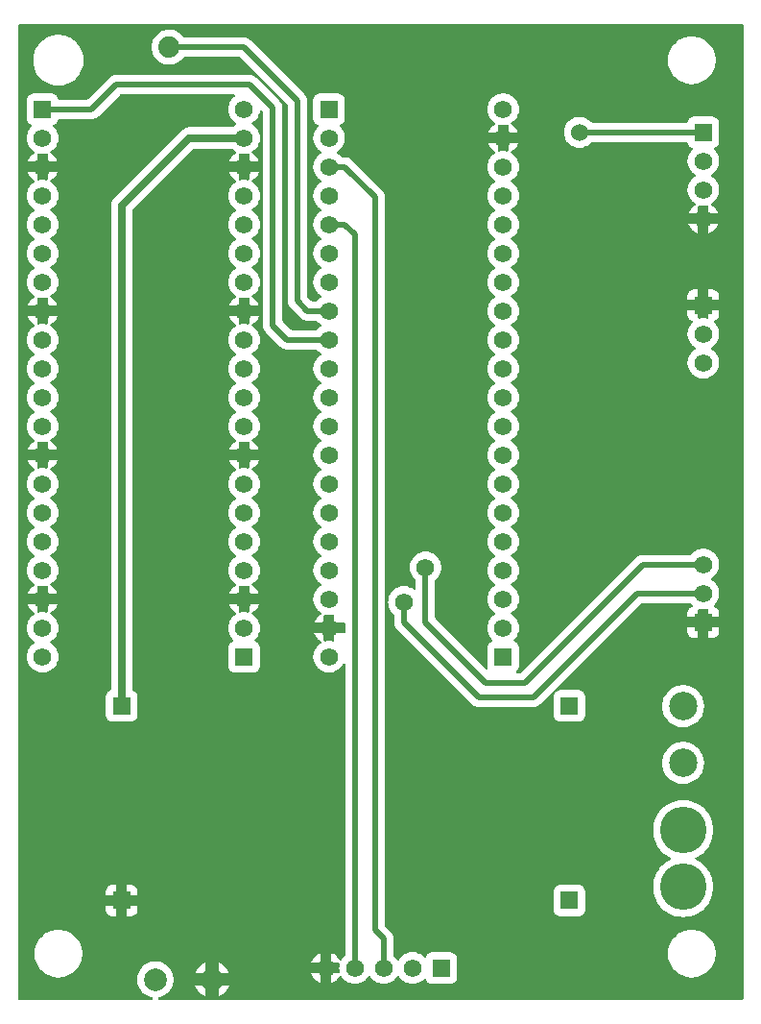
<source format=gtl>
G04 Layer: TopLayer*
G04 EasyEDA v6.5.42, 2024-04-17 10:54:12*
G04 b58fe179de73491898139d20c7eecbb3,24a069b98e7845178fa3f65ba4aff580,10*
G04 Gerber Generator version 0.2*
G04 Scale: 100 percent, Rotated: No, Reflected: No *
G04 Dimensions in millimeters *
G04 leading zeros omitted , absolute positions ,4 integer and 5 decimal *
%FSLAX45Y45*%
%MOMM*%

%ADD10C,0.5000*%
%ADD11C,0.7000*%
%ADD12R,1.5748X1.5748*%
%ADD13C,1.5748*%
%ADD14C,4.1000*%
%ADD15C,2.0000*%
%ADD16C,2.5000*%
%ADD17C,1.8796*%
%ADD18C,1.5750*%
%ADD19C,1.5240*%
%ADD20C,1.2000*%
%ADD21C,0.0133*%

%LPD*%
G36*
X188468Y-405892D02*
G01*
X184556Y-405130D01*
X181305Y-402894D01*
X179070Y-399643D01*
X178308Y-395732D01*
X178308Y8180831D01*
X179070Y8184743D01*
X181305Y8187994D01*
X184556Y8190230D01*
X188468Y8190992D01*
X6567931Y8190992D01*
X6571843Y8190230D01*
X6575094Y8187994D01*
X6577330Y8184743D01*
X6578092Y8180831D01*
X6578092Y-395732D01*
X6577330Y-399643D01*
X6575094Y-402894D01*
X6571843Y-405130D01*
X6567931Y-405892D01*
X1421282Y-405892D01*
X1417167Y-405028D01*
X1413764Y-402539D01*
X1411630Y-398881D01*
X1411173Y-394716D01*
X1412443Y-390702D01*
X1415288Y-387553D01*
X1419098Y-385826D01*
X1430782Y-383235D01*
X1447241Y-377698D01*
X1463040Y-370382D01*
X1477924Y-361442D01*
X1491742Y-350926D01*
X1504391Y-338988D01*
X1515618Y-325729D01*
X1525371Y-311353D01*
X1533499Y-296011D01*
X1539951Y-279857D01*
X1544574Y-263093D01*
X1547418Y-245973D01*
X1548333Y-228600D01*
X1547418Y-211226D01*
X1544574Y-194106D01*
X1539951Y-177342D01*
X1533499Y-161188D01*
X1525371Y-145846D01*
X1515618Y-131470D01*
X1504391Y-118211D01*
X1491742Y-106273D01*
X1477924Y-95758D01*
X1463040Y-86817D01*
X1447241Y-79502D01*
X1430782Y-73964D01*
X1413814Y-70205D01*
X1396542Y-68326D01*
X1379169Y-68326D01*
X1361897Y-70205D01*
X1344930Y-73964D01*
X1328470Y-79502D01*
X1312672Y-86817D01*
X1297787Y-95758D01*
X1283970Y-106273D01*
X1271320Y-118211D01*
X1260094Y-131470D01*
X1250340Y-145846D01*
X1242212Y-161188D01*
X1235760Y-177342D01*
X1231138Y-194106D01*
X1228293Y-211226D01*
X1227378Y-228600D01*
X1228293Y-245973D01*
X1231138Y-263093D01*
X1235760Y-279857D01*
X1242212Y-296011D01*
X1250340Y-311353D01*
X1260094Y-325729D01*
X1271320Y-338988D01*
X1283970Y-350926D01*
X1297787Y-361442D01*
X1312672Y-370382D01*
X1328470Y-377698D01*
X1344930Y-383235D01*
X1356614Y-385826D01*
X1360424Y-387553D01*
X1363268Y-390702D01*
X1364538Y-394716D01*
X1364081Y-398881D01*
X1361948Y-402539D01*
X1358544Y-405028D01*
X1354429Y-405892D01*
G37*

%LPC*%
G36*
X1832406Y-378714D02*
G01*
X1832406Y-284937D01*
X1738680Y-284937D01*
X1743100Y-296011D01*
X1751228Y-311353D01*
X1760982Y-325729D01*
X1772208Y-338988D01*
X1784857Y-350926D01*
X1798675Y-361442D01*
X1813560Y-370382D01*
X1829358Y-377698D01*
G37*
G36*
X1945081Y-378714D02*
G01*
X1948129Y-377698D01*
X1963928Y-370382D01*
X1978812Y-361442D01*
X1992630Y-350926D01*
X2005279Y-338988D01*
X2016506Y-325729D01*
X2026259Y-311353D01*
X2034387Y-296011D01*
X2038807Y-284937D01*
X1945081Y-284937D01*
G37*
G36*
X3833266Y-266242D02*
G01*
X3989933Y-266242D01*
X3999788Y-265480D01*
X4009034Y-263245D01*
X4017772Y-259638D01*
X4025900Y-254660D01*
X4033113Y-248513D01*
X4039260Y-241300D01*
X4044238Y-233171D01*
X4047845Y-224434D01*
X4050080Y-215188D01*
X4050842Y-205333D01*
X4050842Y-48666D01*
X4050080Y-38811D01*
X4047845Y-29565D01*
X4044238Y-20828D01*
X4039260Y-12700D01*
X4033113Y-5486D01*
X4025900Y660D01*
X4017772Y5638D01*
X4009034Y9245D01*
X3999788Y11480D01*
X3989933Y12242D01*
X3833266Y12242D01*
X3823411Y11480D01*
X3814165Y9245D01*
X3805428Y5638D01*
X3797300Y660D01*
X3790086Y-5486D01*
X3783939Y-12700D01*
X3778961Y-20828D01*
X3775710Y-28752D01*
X3773424Y-32105D01*
X3770071Y-34290D01*
X3766108Y-35052D01*
X3762197Y-34188D01*
X3758895Y-31851D01*
X3753154Y-25755D01*
X3740759Y-15341D01*
X3727196Y-6451D01*
X3712768Y863D01*
X3697528Y6400D01*
X3681780Y10109D01*
X3665677Y11988D01*
X3649522Y11988D01*
X3633419Y10109D01*
X3617671Y6400D01*
X3602431Y863D01*
X3588004Y-6451D01*
X3574440Y-15341D01*
X3562045Y-25755D01*
X3550970Y-37490D01*
X3541268Y-50495D01*
X3539388Y-53746D01*
X3536594Y-56896D01*
X3532733Y-58623D01*
X3528466Y-58623D01*
X3524605Y-56896D01*
X3521811Y-53746D01*
X3519932Y-50495D01*
X3510229Y-37490D01*
X3499154Y-25755D01*
X3492754Y-20370D01*
X3490061Y-16865D01*
X3489096Y-12547D01*
X3489096Y131114D01*
X3488893Y137414D01*
X3488232Y143510D01*
X3487165Y149504D01*
X3485642Y155397D01*
X3483711Y161188D01*
X3481374Y166827D01*
X3478631Y172313D01*
X3475532Y177546D01*
X3472027Y182575D01*
X3468217Y187299D01*
X3463950Y191922D01*
X3415893Y239979D01*
X3413658Y243230D01*
X3412896Y247142D01*
X3412896Y6667296D01*
X3412693Y6673596D01*
X3412032Y6679692D01*
X3410965Y6685686D01*
X3409442Y6691579D01*
X3407511Y6697370D01*
X3405174Y6703009D01*
X3402431Y6708495D01*
X3399332Y6713728D01*
X3395827Y6718757D01*
X3392017Y6723481D01*
X3387750Y6728104D01*
X3121304Y6994550D01*
X3116681Y6998817D01*
X3111957Y7002627D01*
X3106928Y7006132D01*
X3101695Y7009231D01*
X3096209Y7011974D01*
X3090570Y7014311D01*
X3084779Y7016242D01*
X3078886Y7017766D01*
X3072892Y7018832D01*
X3066796Y7019493D01*
X3060496Y7019696D01*
X3035452Y7019696D01*
X3031134Y7020661D01*
X3027629Y7023353D01*
X3022244Y7029754D01*
X3010509Y7040829D01*
X2997504Y7050531D01*
X2994253Y7052411D01*
X2991104Y7055205D01*
X2989376Y7059066D01*
X2989376Y7063333D01*
X2991104Y7067194D01*
X2994253Y7069988D01*
X2997504Y7071868D01*
X3010509Y7081570D01*
X3022244Y7092645D01*
X3032658Y7105040D01*
X3041548Y7118603D01*
X3048863Y7133031D01*
X3054400Y7148271D01*
X3058109Y7164019D01*
X3059988Y7180122D01*
X3059988Y7196277D01*
X3058109Y7212380D01*
X3054400Y7228128D01*
X3048863Y7243368D01*
X3041548Y7257796D01*
X3032658Y7271359D01*
X3022244Y7283754D01*
X3016148Y7289495D01*
X3013811Y7292797D01*
X3012948Y7296708D01*
X3013710Y7300671D01*
X3015894Y7304024D01*
X3019247Y7306309D01*
X3027172Y7309561D01*
X3035300Y7314539D01*
X3042513Y7320686D01*
X3048660Y7327900D01*
X3053638Y7336028D01*
X3057245Y7344765D01*
X3059480Y7354011D01*
X3060242Y7363866D01*
X3060242Y7520533D01*
X3059480Y7530388D01*
X3057245Y7539634D01*
X3053638Y7548372D01*
X3048660Y7556500D01*
X3042513Y7563713D01*
X3035300Y7569860D01*
X3027172Y7574838D01*
X3018434Y7578445D01*
X3009188Y7580680D01*
X2999333Y7581442D01*
X2842666Y7581442D01*
X2832811Y7580680D01*
X2823565Y7578445D01*
X2814828Y7574838D01*
X2806700Y7569860D01*
X2799486Y7563713D01*
X2793339Y7556500D01*
X2788361Y7548372D01*
X2784754Y7539634D01*
X2782519Y7530388D01*
X2781757Y7520533D01*
X2781757Y7363866D01*
X2782519Y7354011D01*
X2784754Y7344765D01*
X2788361Y7336028D01*
X2793339Y7327900D01*
X2799486Y7320686D01*
X2806700Y7314539D01*
X2814828Y7309561D01*
X2822752Y7306309D01*
X2826105Y7304024D01*
X2828290Y7300671D01*
X2829052Y7296708D01*
X2828188Y7292797D01*
X2825851Y7289495D01*
X2819755Y7283754D01*
X2809341Y7271359D01*
X2800451Y7257796D01*
X2793136Y7243368D01*
X2787599Y7228128D01*
X2783890Y7212380D01*
X2782011Y7196277D01*
X2782011Y7180122D01*
X2783890Y7164019D01*
X2787599Y7148271D01*
X2793136Y7133031D01*
X2800451Y7118603D01*
X2809341Y7105040D01*
X2819755Y7092645D01*
X2831490Y7081570D01*
X2844495Y7071868D01*
X2847746Y7069988D01*
X2850896Y7067194D01*
X2852623Y7063333D01*
X2852623Y7059066D01*
X2850896Y7055205D01*
X2847746Y7052411D01*
X2844495Y7050531D01*
X2831490Y7040829D01*
X2819755Y7029754D01*
X2809341Y7017359D01*
X2800451Y7003796D01*
X2793136Y6989368D01*
X2787599Y6974128D01*
X2783890Y6958380D01*
X2782011Y6942277D01*
X2782011Y6926122D01*
X2783890Y6910019D01*
X2787599Y6894271D01*
X2793136Y6879031D01*
X2800451Y6864603D01*
X2809341Y6851040D01*
X2819755Y6838645D01*
X2831490Y6827570D01*
X2844495Y6817868D01*
X2847746Y6815988D01*
X2850896Y6813194D01*
X2852623Y6809333D01*
X2852623Y6805066D01*
X2850896Y6801205D01*
X2847746Y6798411D01*
X2844495Y6796531D01*
X2831490Y6786829D01*
X2819755Y6775754D01*
X2809341Y6763359D01*
X2800451Y6749796D01*
X2793136Y6735368D01*
X2787599Y6720128D01*
X2783890Y6704380D01*
X2782011Y6688277D01*
X2782011Y6672122D01*
X2783890Y6656019D01*
X2787599Y6640271D01*
X2793136Y6625031D01*
X2800451Y6610603D01*
X2809341Y6597040D01*
X2819755Y6584645D01*
X2831490Y6573570D01*
X2844495Y6563868D01*
X2847746Y6561988D01*
X2850896Y6559194D01*
X2852623Y6555333D01*
X2852623Y6551066D01*
X2850896Y6547205D01*
X2847746Y6544411D01*
X2844495Y6542531D01*
X2831490Y6532829D01*
X2819755Y6521754D01*
X2809341Y6509359D01*
X2800451Y6495796D01*
X2793136Y6481368D01*
X2787599Y6466128D01*
X2783890Y6450380D01*
X2782011Y6434277D01*
X2782011Y6418122D01*
X2783890Y6402019D01*
X2787599Y6386271D01*
X2793136Y6371031D01*
X2800451Y6356604D01*
X2809341Y6343040D01*
X2819755Y6330645D01*
X2831490Y6319570D01*
X2844495Y6309868D01*
X2847746Y6307988D01*
X2850896Y6305194D01*
X2852623Y6301333D01*
X2852623Y6297066D01*
X2850896Y6293205D01*
X2847746Y6290411D01*
X2844495Y6288532D01*
X2831490Y6278829D01*
X2819755Y6267754D01*
X2809341Y6255359D01*
X2800451Y6241796D01*
X2793136Y6227368D01*
X2787599Y6212128D01*
X2783890Y6196380D01*
X2782011Y6180277D01*
X2782011Y6164122D01*
X2783890Y6148019D01*
X2787599Y6132271D01*
X2793136Y6117031D01*
X2800451Y6102604D01*
X2809341Y6089040D01*
X2819755Y6076645D01*
X2831490Y6065570D01*
X2844495Y6055868D01*
X2847746Y6053988D01*
X2850896Y6051194D01*
X2852623Y6047333D01*
X2852623Y6043066D01*
X2850896Y6039205D01*
X2847746Y6036411D01*
X2844495Y6034532D01*
X2831490Y6024829D01*
X2819755Y6013754D01*
X2809341Y6001359D01*
X2800451Y5987796D01*
X2793136Y5973368D01*
X2787599Y5958128D01*
X2783890Y5942380D01*
X2782011Y5926277D01*
X2782011Y5910122D01*
X2783890Y5894019D01*
X2787599Y5878271D01*
X2793136Y5863031D01*
X2800451Y5848604D01*
X2809341Y5835040D01*
X2819755Y5822645D01*
X2831490Y5811570D01*
X2844495Y5801868D01*
X2847746Y5799988D01*
X2850896Y5797194D01*
X2852623Y5793333D01*
X2852623Y5789066D01*
X2850896Y5785205D01*
X2847746Y5782411D01*
X2844495Y5780532D01*
X2831490Y5770829D01*
X2819755Y5759754D01*
X2814370Y5753354D01*
X2810865Y5750661D01*
X2806547Y5749696D01*
X2770124Y5749696D01*
X2766212Y5750458D01*
X2762961Y5752693D01*
X2730093Y5785561D01*
X2727858Y5788812D01*
X2727096Y5792724D01*
X2727096Y7518196D01*
X2726893Y7524496D01*
X2726232Y7530592D01*
X2725166Y7536586D01*
X2723642Y7542479D01*
X2721711Y7548270D01*
X2719374Y7553909D01*
X2716631Y7559395D01*
X2713532Y7564628D01*
X2710027Y7569657D01*
X2706217Y7574381D01*
X2701950Y7579004D01*
X2232304Y8048650D01*
X2227681Y8052917D01*
X2222957Y8056727D01*
X2217928Y8060232D01*
X2212695Y8063331D01*
X2207209Y8066074D01*
X2201570Y8068411D01*
X2195779Y8070342D01*
X2189886Y8071866D01*
X2183892Y8072932D01*
X2177796Y8073593D01*
X2171496Y8073796D01*
X1645005Y8073796D01*
X1641805Y8074304D01*
X1638960Y8075828D01*
X1636674Y8078165D01*
X1633220Y8083194D01*
X1622044Y8095996D01*
X1609496Y8107527D01*
X1595780Y8117636D01*
X1581048Y8126120D01*
X1565452Y8132978D01*
X1549247Y8138058D01*
X1532534Y8141309D01*
X1515567Y8142731D01*
X1498549Y8142224D01*
X1481683Y8139887D01*
X1465173Y8135721D01*
X1449273Y8129778D01*
X1434084Y8122056D01*
X1419809Y8112759D01*
X1406702Y8101939D01*
X1394815Y8089747D01*
X1384350Y8076336D01*
X1375460Y8061807D01*
X1368196Y8046415D01*
X1362659Y8030362D01*
X1358950Y8013750D01*
X1357071Y7996834D01*
X1357071Y7979816D01*
X1358950Y7962900D01*
X1362659Y7946288D01*
X1368196Y7930184D01*
X1375460Y7914792D01*
X1384350Y7900314D01*
X1394815Y7886852D01*
X1406702Y7874660D01*
X1419809Y7863840D01*
X1434084Y7854543D01*
X1449273Y7846872D01*
X1465173Y7840878D01*
X1481683Y7836712D01*
X1498549Y7834375D01*
X1515567Y7833918D01*
X1532534Y7835290D01*
X1549247Y7838541D01*
X1565452Y7843672D01*
X1581048Y7850479D01*
X1595780Y7859014D01*
X1609496Y7869072D01*
X1622044Y7880603D01*
X1633220Y7893456D01*
X1636674Y7898434D01*
X1638909Y7900771D01*
X1641805Y7902295D01*
X1645005Y7902803D01*
X2132076Y7902803D01*
X2135987Y7902041D01*
X2139238Y7899806D01*
X2553106Y7485938D01*
X2555341Y7482687D01*
X2556103Y7478775D01*
X2556103Y5753303D01*
X2556306Y5747004D01*
X2556967Y5740908D01*
X2558034Y5734913D01*
X2559558Y5729020D01*
X2561488Y5723229D01*
X2563825Y5717590D01*
X2566568Y5712104D01*
X2569667Y5706872D01*
X2573172Y5701842D01*
X2576982Y5697118D01*
X2581249Y5692495D01*
X2669895Y5603849D01*
X2674518Y5599582D01*
X2679242Y5595772D01*
X2684272Y5592267D01*
X2689504Y5589168D01*
X2694990Y5586425D01*
X2700629Y5584088D01*
X2706420Y5582158D01*
X2712313Y5580634D01*
X2718308Y5579567D01*
X2724404Y5578906D01*
X2730703Y5578703D01*
X2806547Y5578703D01*
X2810865Y5577738D01*
X2814370Y5575046D01*
X2819755Y5568645D01*
X2831490Y5557570D01*
X2844495Y5547868D01*
X2847746Y5545988D01*
X2850896Y5543194D01*
X2852623Y5539333D01*
X2852623Y5535066D01*
X2850896Y5531205D01*
X2847746Y5528411D01*
X2844495Y5526532D01*
X2831490Y5516829D01*
X2819755Y5505754D01*
X2814370Y5499354D01*
X2810865Y5496661D01*
X2806547Y5495696D01*
X2592324Y5495696D01*
X2588412Y5496458D01*
X2585161Y5498693D01*
X2514193Y5569661D01*
X2511958Y5572912D01*
X2511196Y5576824D01*
X2511196Y7454696D01*
X2510993Y7460996D01*
X2510332Y7467092D01*
X2509266Y7473086D01*
X2507742Y7478979D01*
X2505811Y7484770D01*
X2503474Y7490409D01*
X2500731Y7495895D01*
X2497632Y7501128D01*
X2494127Y7506157D01*
X2490317Y7510881D01*
X2486050Y7515504D01*
X2283104Y7718450D01*
X2278481Y7722717D01*
X2273757Y7726527D01*
X2268728Y7730032D01*
X2263495Y7733131D01*
X2258009Y7735874D01*
X2252370Y7738211D01*
X2246579Y7740142D01*
X2240686Y7741666D01*
X2234692Y7742732D01*
X2228596Y7743393D01*
X2222296Y7743596D01*
X1041603Y7743596D01*
X1035303Y7743393D01*
X1029208Y7742732D01*
X1023213Y7741666D01*
X1017320Y7740142D01*
X1011529Y7738211D01*
X1005890Y7735874D01*
X1000404Y7733131D01*
X995171Y7730032D01*
X990142Y7726527D01*
X985418Y7722717D01*
X980795Y7718450D01*
X793038Y7530693D01*
X789787Y7528458D01*
X785876Y7527696D01*
X540816Y7527696D01*
X536448Y7528712D01*
X532942Y7531455D01*
X530961Y7535468D01*
X529945Y7539634D01*
X526338Y7548372D01*
X521360Y7556500D01*
X515213Y7563713D01*
X508000Y7569860D01*
X499872Y7574838D01*
X491134Y7578445D01*
X481888Y7580680D01*
X472033Y7581442D01*
X315366Y7581442D01*
X305511Y7580680D01*
X296265Y7578445D01*
X287528Y7574838D01*
X279400Y7569860D01*
X272186Y7563713D01*
X266039Y7556500D01*
X261061Y7548372D01*
X257454Y7539634D01*
X255219Y7530388D01*
X254457Y7520533D01*
X254457Y7363866D01*
X255219Y7354011D01*
X257454Y7344765D01*
X261061Y7336028D01*
X266039Y7327900D01*
X272186Y7320686D01*
X279400Y7314539D01*
X287528Y7309561D01*
X295452Y7306309D01*
X298805Y7304024D01*
X300990Y7300671D01*
X301752Y7296708D01*
X300888Y7292797D01*
X298551Y7289495D01*
X292455Y7283754D01*
X282041Y7271359D01*
X273151Y7257796D01*
X265836Y7243368D01*
X260299Y7228128D01*
X256590Y7212380D01*
X254711Y7196277D01*
X254711Y7180122D01*
X256590Y7164019D01*
X260299Y7148271D01*
X265836Y7133031D01*
X273151Y7118603D01*
X282041Y7105040D01*
X292455Y7092645D01*
X304190Y7081570D01*
X317195Y7071868D01*
X320446Y7069988D01*
X323596Y7067194D01*
X325323Y7063333D01*
X325323Y7059066D01*
X323596Y7055205D01*
X320446Y7052411D01*
X317195Y7050531D01*
X304190Y7040829D01*
X292455Y7029754D01*
X282041Y7017359D01*
X273151Y7003796D01*
X265836Y6989368D01*
X262432Y6979920D01*
X347980Y6979920D01*
X347980Y7043166D01*
X348691Y7046874D01*
X350672Y7050024D01*
X353669Y7052309D01*
X357327Y7053275D01*
X361594Y7052716D01*
X377545Y7049922D01*
X393700Y7048957D01*
X409854Y7049922D01*
X426364Y7052868D01*
X430072Y7053275D01*
X433730Y7052309D01*
X436727Y7050024D01*
X438708Y7046874D01*
X439420Y7043166D01*
X439420Y6979920D01*
X524967Y6979920D01*
X521563Y6989368D01*
X514248Y7003796D01*
X505358Y7017359D01*
X494944Y7029754D01*
X483209Y7040829D01*
X470204Y7050531D01*
X466953Y7052411D01*
X463804Y7055205D01*
X462076Y7059066D01*
X462076Y7063333D01*
X463804Y7067194D01*
X466953Y7069988D01*
X470204Y7071868D01*
X483209Y7081570D01*
X494944Y7092645D01*
X505358Y7105040D01*
X514248Y7118603D01*
X521563Y7133031D01*
X527100Y7148271D01*
X530809Y7164019D01*
X532688Y7180122D01*
X532688Y7196277D01*
X530809Y7212380D01*
X527100Y7228128D01*
X521563Y7243368D01*
X514248Y7257796D01*
X505358Y7271359D01*
X494944Y7283754D01*
X488848Y7289495D01*
X486511Y7292797D01*
X485648Y7296708D01*
X486409Y7300671D01*
X488594Y7304024D01*
X491947Y7306309D01*
X499872Y7309561D01*
X508000Y7314539D01*
X515213Y7320686D01*
X521360Y7327900D01*
X526338Y7336028D01*
X529945Y7344765D01*
X530961Y7348931D01*
X532942Y7352944D01*
X536448Y7355687D01*
X540816Y7356703D01*
X825296Y7356703D01*
X831596Y7356906D01*
X837692Y7357567D01*
X843686Y7358634D01*
X849579Y7360158D01*
X855370Y7362088D01*
X861009Y7364425D01*
X866495Y7367168D01*
X871728Y7370267D01*
X876757Y7373772D01*
X881481Y7377582D01*
X886104Y7381849D01*
X1073861Y7569606D01*
X1077112Y7571841D01*
X1081024Y7572603D01*
X2083460Y7572603D01*
X2087575Y7571740D01*
X2090978Y7569250D01*
X2093061Y7565644D01*
X2093569Y7561478D01*
X2092299Y7557465D01*
X2089505Y7554264D01*
X2082190Y7548829D01*
X2070455Y7537754D01*
X2060041Y7525359D01*
X2051151Y7511796D01*
X2043836Y7497368D01*
X2038299Y7482128D01*
X2034590Y7466380D01*
X2032711Y7450277D01*
X2032711Y7434122D01*
X2034590Y7418019D01*
X2038299Y7402271D01*
X2043836Y7387031D01*
X2051151Y7372603D01*
X2060041Y7359040D01*
X2070455Y7346645D01*
X2082190Y7335570D01*
X2095195Y7325868D01*
X2098446Y7323988D01*
X2101596Y7321194D01*
X2103323Y7317333D01*
X2103323Y7313066D01*
X2101596Y7309205D01*
X2098446Y7306411D01*
X2095195Y7304531D01*
X2082190Y7294829D01*
X2073300Y7286447D01*
X2070100Y7284415D01*
X2066340Y7283703D01*
X1689354Y7283703D01*
X1679143Y7283196D01*
X1676247Y7282840D01*
X1666341Y7280960D01*
X1663496Y7280198D01*
X1653895Y7276998D01*
X1651203Y7275880D01*
X1642160Y7271359D01*
X1639620Y7269886D01*
X1631238Y7264196D01*
X1628952Y7262368D01*
X1621383Y7255560D01*
X1024839Y6659016D01*
X1018032Y6651447D01*
X1016203Y6649161D01*
X1010513Y6640779D01*
X1009040Y6638239D01*
X1004519Y6629196D01*
X1003401Y6626504D01*
X1000201Y6616903D01*
X999439Y6614058D01*
X997559Y6604152D01*
X997203Y6601256D01*
X996696Y6591046D01*
X996696Y2328214D01*
X995934Y2324354D01*
X993698Y2321052D01*
X990447Y2318867D01*
X986028Y2317038D01*
X977900Y2312060D01*
X970686Y2305913D01*
X964539Y2298700D01*
X959561Y2290572D01*
X955954Y2281834D01*
X953719Y2272588D01*
X952957Y2262733D01*
X952957Y2106066D01*
X953719Y2096211D01*
X955954Y2086965D01*
X959561Y2078228D01*
X964539Y2070100D01*
X970686Y2062886D01*
X977900Y2056739D01*
X986028Y2051761D01*
X994765Y2048154D01*
X1004011Y2045919D01*
X1013866Y2045157D01*
X1170533Y2045157D01*
X1180388Y2045919D01*
X1189634Y2048154D01*
X1198372Y2051761D01*
X1206500Y2056739D01*
X1213713Y2062886D01*
X1219860Y2070100D01*
X1224838Y2078228D01*
X1228445Y2086965D01*
X1230680Y2096211D01*
X1231442Y2106066D01*
X1231442Y2262733D01*
X1230680Y2272588D01*
X1228445Y2281834D01*
X1224838Y2290572D01*
X1219860Y2298700D01*
X1213713Y2305913D01*
X1206500Y2312060D01*
X1198372Y2317038D01*
X1193952Y2318867D01*
X1190701Y2321052D01*
X1188466Y2324354D01*
X1187704Y2328214D01*
X1187704Y6547510D01*
X1188466Y6551422D01*
X1190701Y6554724D01*
X1725675Y7089698D01*
X1728978Y7091934D01*
X1732889Y7092696D01*
X2066340Y7092696D01*
X2070100Y7091984D01*
X2073300Y7089902D01*
X2082190Y7081570D01*
X2095195Y7071868D01*
X2098446Y7069988D01*
X2101596Y7067194D01*
X2103323Y7063333D01*
X2103323Y7059066D01*
X2101596Y7055205D01*
X2098446Y7052411D01*
X2095195Y7050531D01*
X2082190Y7040829D01*
X2070455Y7029754D01*
X2060041Y7017359D01*
X2051151Y7003796D01*
X2043836Y6989368D01*
X2040432Y6979920D01*
X2125980Y6979920D01*
X2125980Y7043166D01*
X2126691Y7046874D01*
X2128672Y7050024D01*
X2131669Y7052309D01*
X2135327Y7053275D01*
X2139594Y7052716D01*
X2155545Y7049922D01*
X2171700Y7048957D01*
X2187854Y7049922D01*
X2204364Y7052868D01*
X2208072Y7053275D01*
X2211730Y7052309D01*
X2214727Y7050024D01*
X2216708Y7046874D01*
X2217420Y7043166D01*
X2217420Y6979920D01*
X2302967Y6979920D01*
X2299563Y6989368D01*
X2292248Y7003796D01*
X2283358Y7017359D01*
X2272944Y7029754D01*
X2261209Y7040829D01*
X2248204Y7050531D01*
X2244953Y7052411D01*
X2241804Y7055205D01*
X2240076Y7059066D01*
X2240076Y7063333D01*
X2241804Y7067194D01*
X2244953Y7069988D01*
X2248204Y7071868D01*
X2261209Y7081570D01*
X2272944Y7092645D01*
X2283358Y7105040D01*
X2292248Y7118603D01*
X2299563Y7133031D01*
X2305100Y7148271D01*
X2308809Y7164019D01*
X2310688Y7180122D01*
X2310688Y7196277D01*
X2308809Y7212380D01*
X2305100Y7228128D01*
X2299563Y7243368D01*
X2292248Y7257796D01*
X2283358Y7271359D01*
X2272944Y7283754D01*
X2261209Y7294829D01*
X2248204Y7304531D01*
X2244953Y7306411D01*
X2241804Y7309205D01*
X2240076Y7313066D01*
X2240076Y7317333D01*
X2241804Y7321194D01*
X2244953Y7323988D01*
X2248204Y7325868D01*
X2261209Y7335570D01*
X2272944Y7346645D01*
X2283358Y7359040D01*
X2292248Y7372603D01*
X2299563Y7387031D01*
X2305100Y7402271D01*
X2308809Y7418019D01*
X2309825Y7426604D01*
X2311298Y7430820D01*
X2314498Y7434021D01*
X2318766Y7435494D01*
X2323287Y7434986D01*
X2327097Y7432598D01*
X2337206Y7422438D01*
X2339441Y7419187D01*
X2340203Y7415275D01*
X2340203Y5537403D01*
X2340406Y5531104D01*
X2341067Y5525008D01*
X2342134Y5519013D01*
X2343658Y5513120D01*
X2345588Y5507329D01*
X2347925Y5501690D01*
X2350668Y5496204D01*
X2353767Y5490972D01*
X2357272Y5485942D01*
X2361082Y5481218D01*
X2365349Y5476595D01*
X2492095Y5349849D01*
X2496718Y5345582D01*
X2501442Y5341772D01*
X2506472Y5338267D01*
X2511704Y5335168D01*
X2517190Y5332425D01*
X2522829Y5330088D01*
X2528620Y5328158D01*
X2534513Y5326634D01*
X2540508Y5325567D01*
X2546604Y5324906D01*
X2552903Y5324703D01*
X2806547Y5324703D01*
X2810865Y5323738D01*
X2814370Y5321046D01*
X2819755Y5314645D01*
X2831490Y5303570D01*
X2844495Y5293868D01*
X2847746Y5291988D01*
X2850896Y5289194D01*
X2852623Y5285333D01*
X2852623Y5281066D01*
X2850896Y5277205D01*
X2847746Y5274411D01*
X2844495Y5272532D01*
X2831490Y5262829D01*
X2819755Y5251754D01*
X2809341Y5239359D01*
X2800451Y5225796D01*
X2793136Y5211368D01*
X2787599Y5196128D01*
X2783890Y5180380D01*
X2782011Y5164277D01*
X2782011Y5148122D01*
X2783890Y5132019D01*
X2787599Y5116271D01*
X2793136Y5101031D01*
X2800451Y5086604D01*
X2809341Y5073040D01*
X2819755Y5060645D01*
X2831490Y5049570D01*
X2844495Y5039868D01*
X2847746Y5037988D01*
X2850896Y5035194D01*
X2852623Y5031333D01*
X2852623Y5027066D01*
X2850896Y5023205D01*
X2847746Y5020411D01*
X2844495Y5018532D01*
X2831490Y5008829D01*
X2819755Y4997754D01*
X2809341Y4985359D01*
X2800451Y4971796D01*
X2793136Y4957368D01*
X2787599Y4942128D01*
X2783890Y4926380D01*
X2782011Y4910277D01*
X2782011Y4894122D01*
X2783890Y4878019D01*
X2787599Y4862271D01*
X2793136Y4847031D01*
X2800451Y4832604D01*
X2809341Y4819040D01*
X2819755Y4806645D01*
X2831490Y4795570D01*
X2844495Y4785868D01*
X2847746Y4783988D01*
X2850896Y4781194D01*
X2852623Y4777333D01*
X2852623Y4773066D01*
X2850896Y4769205D01*
X2847746Y4766411D01*
X2844495Y4764532D01*
X2831490Y4754829D01*
X2819755Y4743754D01*
X2809341Y4731359D01*
X2800451Y4717796D01*
X2793136Y4703368D01*
X2787599Y4688128D01*
X2783890Y4672380D01*
X2782011Y4656277D01*
X2782011Y4640122D01*
X2783890Y4624019D01*
X2787599Y4608271D01*
X2793136Y4593031D01*
X2800451Y4578604D01*
X2809341Y4565040D01*
X2819755Y4552645D01*
X2831490Y4541570D01*
X2844495Y4531868D01*
X2847746Y4529988D01*
X2850896Y4527194D01*
X2852623Y4523333D01*
X2852623Y4519066D01*
X2850896Y4515205D01*
X2847746Y4512411D01*
X2844495Y4510532D01*
X2831490Y4500829D01*
X2819755Y4489754D01*
X2809341Y4477359D01*
X2800451Y4463796D01*
X2793136Y4449368D01*
X2787599Y4434128D01*
X2783890Y4418380D01*
X2782011Y4402277D01*
X2782011Y4386122D01*
X2783890Y4370019D01*
X2787599Y4354271D01*
X2793136Y4339031D01*
X2800451Y4324604D01*
X2809341Y4311040D01*
X2819755Y4298645D01*
X2831490Y4287570D01*
X2844495Y4277868D01*
X2847746Y4275988D01*
X2850896Y4273194D01*
X2852623Y4269333D01*
X2852623Y4265066D01*
X2850896Y4261205D01*
X2847746Y4258411D01*
X2844495Y4256532D01*
X2831490Y4246829D01*
X2819755Y4235754D01*
X2809341Y4223359D01*
X2800451Y4209796D01*
X2793136Y4195368D01*
X2787599Y4180128D01*
X2783890Y4164380D01*
X2782011Y4148277D01*
X2782011Y4132122D01*
X2783890Y4116019D01*
X2787599Y4100271D01*
X2793136Y4085031D01*
X2800451Y4070604D01*
X2809341Y4057040D01*
X2819755Y4044645D01*
X2831490Y4033570D01*
X2844495Y4023868D01*
X2847746Y4021988D01*
X2850896Y4019194D01*
X2852623Y4015333D01*
X2852623Y4011066D01*
X2850896Y4007205D01*
X2847746Y4004411D01*
X2844495Y4002532D01*
X2831490Y3992829D01*
X2819755Y3981754D01*
X2809341Y3969359D01*
X2800451Y3955796D01*
X2793136Y3941368D01*
X2787599Y3926128D01*
X2783890Y3910380D01*
X2782011Y3894277D01*
X2782011Y3878122D01*
X2783890Y3862019D01*
X2787599Y3846271D01*
X2793136Y3831031D01*
X2800451Y3816604D01*
X2809341Y3803040D01*
X2819755Y3790645D01*
X2831490Y3779570D01*
X2844495Y3769868D01*
X2847746Y3767988D01*
X2850896Y3765194D01*
X2852623Y3761333D01*
X2852623Y3757066D01*
X2850896Y3753205D01*
X2847746Y3750411D01*
X2844495Y3748532D01*
X2831490Y3738829D01*
X2819755Y3727754D01*
X2809341Y3715359D01*
X2800451Y3701796D01*
X2793136Y3687368D01*
X2787599Y3672128D01*
X2783890Y3656380D01*
X2782011Y3640277D01*
X2782011Y3624122D01*
X2783890Y3608019D01*
X2787599Y3592271D01*
X2793136Y3577031D01*
X2800451Y3562604D01*
X2809341Y3549040D01*
X2819755Y3536645D01*
X2831490Y3525570D01*
X2844495Y3515868D01*
X2847746Y3513988D01*
X2850896Y3511194D01*
X2852623Y3507333D01*
X2852623Y3503066D01*
X2850896Y3499205D01*
X2847746Y3496411D01*
X2844495Y3494532D01*
X2831490Y3484829D01*
X2819755Y3473754D01*
X2809341Y3461359D01*
X2800451Y3447796D01*
X2793136Y3433368D01*
X2787599Y3418128D01*
X2783890Y3402380D01*
X2782011Y3386277D01*
X2782011Y3370122D01*
X2783890Y3354019D01*
X2787599Y3338271D01*
X2793136Y3323031D01*
X2800451Y3308604D01*
X2809341Y3295040D01*
X2819755Y3282645D01*
X2831490Y3271570D01*
X2844495Y3261867D01*
X2847746Y3259988D01*
X2850896Y3257194D01*
X2852623Y3253333D01*
X2852623Y3249066D01*
X2850896Y3245205D01*
X2847746Y3242411D01*
X2844495Y3240532D01*
X2831490Y3230829D01*
X2819755Y3219754D01*
X2809341Y3207359D01*
X2800451Y3193796D01*
X2793136Y3179368D01*
X2787599Y3164128D01*
X2783890Y3148380D01*
X2782011Y3132277D01*
X2782011Y3116122D01*
X2783890Y3100019D01*
X2787599Y3084271D01*
X2793136Y3069031D01*
X2800451Y3054604D01*
X2809341Y3041040D01*
X2819755Y3028645D01*
X2831490Y3017570D01*
X2844495Y3007868D01*
X2847746Y3005988D01*
X2850896Y3003194D01*
X2852623Y2999333D01*
X2852623Y2995066D01*
X2850896Y2991205D01*
X2847746Y2988411D01*
X2844495Y2986532D01*
X2831490Y2976829D01*
X2819755Y2965754D01*
X2809341Y2953359D01*
X2800451Y2939796D01*
X2793136Y2925368D01*
X2789732Y2915920D01*
X2875280Y2915920D01*
X2875280Y2979166D01*
X2875991Y2982874D01*
X2877972Y2986024D01*
X2880969Y2988310D01*
X2884627Y2989275D01*
X2888894Y2988716D01*
X2904845Y2985922D01*
X2921000Y2984957D01*
X2937154Y2985922D01*
X2953664Y2988868D01*
X2957372Y2989275D01*
X2961030Y2988310D01*
X2964027Y2986024D01*
X2966008Y2982874D01*
X2966720Y2979166D01*
X2966720Y2915920D01*
X3053943Y2915920D01*
X3057804Y2915158D01*
X3061106Y2912922D01*
X3063341Y2909671D01*
X3064103Y2905760D01*
X3064103Y2834640D01*
X3063341Y2830728D01*
X3061106Y2827477D01*
X3057804Y2825242D01*
X3053943Y2824480D01*
X2966720Y2824480D01*
X2966720Y2761234D01*
X2966008Y2757525D01*
X2964027Y2754376D01*
X2961030Y2752090D01*
X2957372Y2751124D01*
X2953105Y2751683D01*
X2937154Y2754477D01*
X2921000Y2755442D01*
X2904845Y2754477D01*
X2888335Y2751531D01*
X2884627Y2751124D01*
X2880969Y2752090D01*
X2877972Y2754376D01*
X2875991Y2757525D01*
X2875280Y2761234D01*
X2875280Y2824480D01*
X2789732Y2824480D01*
X2793136Y2815031D01*
X2800451Y2800604D01*
X2809341Y2787040D01*
X2819755Y2774645D01*
X2831490Y2763570D01*
X2844495Y2753868D01*
X2847746Y2751988D01*
X2850896Y2749194D01*
X2852623Y2745333D01*
X2852623Y2741066D01*
X2850896Y2737205D01*
X2847746Y2734411D01*
X2844495Y2732532D01*
X2831490Y2722829D01*
X2819755Y2711754D01*
X2809341Y2699359D01*
X2800451Y2685796D01*
X2793136Y2671368D01*
X2787599Y2656128D01*
X2783890Y2640380D01*
X2782011Y2624277D01*
X2782011Y2608122D01*
X2783890Y2592019D01*
X2787599Y2576271D01*
X2793136Y2561031D01*
X2800451Y2546604D01*
X2809341Y2533040D01*
X2819755Y2520645D01*
X2831490Y2509570D01*
X2844495Y2499868D01*
X2858516Y2491790D01*
X2873400Y2485390D01*
X2888894Y2480716D01*
X2904845Y2477922D01*
X2921000Y2476957D01*
X2937154Y2477922D01*
X2953105Y2480716D01*
X2968599Y2485390D01*
X2983484Y2491790D01*
X2997504Y2499868D01*
X3010509Y2509570D01*
X3022244Y2520645D01*
X3032658Y2533040D01*
X3041548Y2546604D01*
X3044850Y2553106D01*
X3047695Y2556611D01*
X3051810Y2558491D01*
X3056280Y2558440D01*
X3060293Y2556459D01*
X3063087Y2552954D01*
X3064103Y2548585D01*
X3064103Y-12547D01*
X3063138Y-16865D01*
X3060446Y-20370D01*
X3054045Y-25755D01*
X3042970Y-37490D01*
X3033268Y-50495D01*
X3031388Y-53746D01*
X3028594Y-56896D01*
X3024733Y-58623D01*
X3020466Y-58623D01*
X3016605Y-56896D01*
X3013811Y-53746D01*
X3011932Y-50495D01*
X3002229Y-37490D01*
X2991154Y-25755D01*
X2978759Y-15341D01*
X2965196Y-6451D01*
X2950768Y863D01*
X2941320Y4267D01*
X2941320Y-81280D01*
X3004566Y-81280D01*
X3008274Y-81991D01*
X3011424Y-83972D01*
X3013710Y-86969D01*
X3014675Y-90627D01*
X3014116Y-94894D01*
X3011322Y-110845D01*
X3010357Y-127000D01*
X3011322Y-143154D01*
X3014268Y-159664D01*
X3014675Y-163372D01*
X3013710Y-167030D01*
X3011424Y-170027D01*
X3008274Y-172008D01*
X3004566Y-172720D01*
X2941320Y-172720D01*
X2941320Y-258267D01*
X2950768Y-254863D01*
X2965196Y-247548D01*
X2978759Y-238658D01*
X2991154Y-228244D01*
X3002229Y-216509D01*
X3011932Y-203504D01*
X3013811Y-200253D01*
X3016605Y-197104D01*
X3020466Y-195376D01*
X3024733Y-195376D01*
X3028594Y-197104D01*
X3031388Y-200253D01*
X3033268Y-203504D01*
X3042970Y-216509D01*
X3054045Y-228244D01*
X3066440Y-238658D01*
X3080004Y-247548D01*
X3094431Y-254863D01*
X3109671Y-260400D01*
X3125419Y-264109D01*
X3141522Y-265988D01*
X3157677Y-265988D01*
X3173780Y-264109D01*
X3189528Y-260400D01*
X3204768Y-254863D01*
X3219196Y-247548D01*
X3232759Y-238658D01*
X3245154Y-228244D01*
X3256229Y-216509D01*
X3265932Y-203504D01*
X3267811Y-200253D01*
X3270605Y-197104D01*
X3274466Y-195376D01*
X3278733Y-195376D01*
X3282594Y-197104D01*
X3285388Y-200253D01*
X3287268Y-203504D01*
X3296970Y-216509D01*
X3308045Y-228244D01*
X3320440Y-238658D01*
X3334004Y-247548D01*
X3348431Y-254863D01*
X3363671Y-260400D01*
X3379419Y-264109D01*
X3395522Y-265988D01*
X3411677Y-265988D01*
X3427780Y-264109D01*
X3443528Y-260400D01*
X3458768Y-254863D01*
X3473196Y-247548D01*
X3486759Y-238658D01*
X3499154Y-228244D01*
X3510229Y-216509D01*
X3519932Y-203504D01*
X3521811Y-200253D01*
X3524605Y-197104D01*
X3528466Y-195376D01*
X3532733Y-195376D01*
X3536594Y-197104D01*
X3539388Y-200253D01*
X3541268Y-203504D01*
X3550970Y-216509D01*
X3562045Y-228244D01*
X3574440Y-238658D01*
X3588004Y-247548D01*
X3602431Y-254863D01*
X3617671Y-260400D01*
X3633419Y-264109D01*
X3649522Y-265988D01*
X3665677Y-265988D01*
X3681780Y-264109D01*
X3697528Y-260400D01*
X3712768Y-254863D01*
X3727196Y-247548D01*
X3740759Y-238658D01*
X3753154Y-228244D01*
X3758895Y-222148D01*
X3762197Y-219811D01*
X3766108Y-218948D01*
X3770071Y-219710D01*
X3773424Y-221894D01*
X3775710Y-225247D01*
X3778961Y-233171D01*
X3783939Y-241300D01*
X3790086Y-248513D01*
X3797300Y-254660D01*
X3805428Y-259638D01*
X3814165Y-263245D01*
X3823411Y-265480D01*
G37*
G36*
X2849880Y-258267D02*
G01*
X2849880Y-172720D01*
X2764180Y-172720D01*
X2764790Y-174599D01*
X2771190Y-189484D01*
X2779268Y-203504D01*
X2788970Y-216509D01*
X2800045Y-228244D01*
X2812440Y-238658D01*
X2826004Y-247548D01*
X2840431Y-254863D01*
G37*
G36*
X523392Y-210261D02*
G01*
X543407Y-210261D01*
X563372Y-208330D01*
X583031Y-204571D01*
X602234Y-198932D01*
X620826Y-191465D01*
X638657Y-182270D01*
X655472Y-171450D01*
X671220Y-159054D01*
X685749Y-145237D01*
X698855Y-130098D01*
X710488Y-113792D01*
X720496Y-96469D01*
X728827Y-78232D01*
X735380Y-59283D01*
X740105Y-39827D01*
X742950Y-20015D01*
X743915Y0D01*
X742950Y20015D01*
X740105Y39827D01*
X735380Y59283D01*
X728827Y78232D01*
X720496Y96469D01*
X710488Y113792D01*
X698855Y130098D01*
X685749Y145237D01*
X671220Y159054D01*
X655472Y171450D01*
X638657Y182270D01*
X620826Y191465D01*
X602234Y198932D01*
X583031Y204571D01*
X563372Y208330D01*
X543407Y210261D01*
X523392Y210261D01*
X503428Y208330D01*
X483768Y204571D01*
X464566Y198932D01*
X445973Y191465D01*
X428142Y182270D01*
X411327Y171450D01*
X395579Y159054D01*
X381050Y145237D01*
X367944Y130098D01*
X356311Y113792D01*
X346303Y96469D01*
X337972Y78232D01*
X331419Y59283D01*
X326694Y39827D01*
X323850Y20015D01*
X322884Y0D01*
X323850Y-20015D01*
X326694Y-39827D01*
X331419Y-59283D01*
X337972Y-78232D01*
X346303Y-96469D01*
X356311Y-113792D01*
X367944Y-130098D01*
X381050Y-145237D01*
X395579Y-159054D01*
X411327Y-171450D01*
X428142Y-182270D01*
X445973Y-191465D01*
X464566Y-198932D01*
X483768Y-204571D01*
X503428Y-208330D01*
G37*
G36*
X6111392Y-210261D02*
G01*
X6131407Y-210261D01*
X6151372Y-208330D01*
X6171031Y-204571D01*
X6190234Y-198932D01*
X6208826Y-191465D01*
X6226657Y-182270D01*
X6243472Y-171450D01*
X6259220Y-159054D01*
X6273749Y-145237D01*
X6286855Y-130098D01*
X6298488Y-113792D01*
X6308496Y-96469D01*
X6316827Y-78232D01*
X6323380Y-59283D01*
X6328105Y-39827D01*
X6330950Y-20015D01*
X6331915Y0D01*
X6330950Y20015D01*
X6328105Y39827D01*
X6323380Y59283D01*
X6316827Y78232D01*
X6308496Y96469D01*
X6298488Y113792D01*
X6286855Y130098D01*
X6273749Y145237D01*
X6259220Y159054D01*
X6243472Y171450D01*
X6226657Y182270D01*
X6208826Y191465D01*
X6190234Y198932D01*
X6171031Y204571D01*
X6151372Y208330D01*
X6131407Y210261D01*
X6111392Y210261D01*
X6091428Y208330D01*
X6071768Y204571D01*
X6052566Y198932D01*
X6033973Y191465D01*
X6016142Y182270D01*
X5999327Y171450D01*
X5983579Y159054D01*
X5969050Y145237D01*
X5955944Y130098D01*
X5944311Y113792D01*
X5934303Y96469D01*
X5925972Y78232D01*
X5919419Y59283D01*
X5914694Y39827D01*
X5911850Y20015D01*
X5910884Y0D01*
X5911850Y-20015D01*
X5914694Y-39827D01*
X5919419Y-59283D01*
X5925972Y-78232D01*
X5934303Y-96469D01*
X5944311Y-113792D01*
X5955944Y-130098D01*
X5969050Y-145237D01*
X5983579Y-159054D01*
X5999327Y-171450D01*
X6016142Y-182270D01*
X6033973Y-191465D01*
X6052566Y-198932D01*
X6071768Y-204571D01*
X6091428Y-208330D01*
G37*
G36*
X1738680Y-172262D02*
G01*
X1832406Y-172262D01*
X1832406Y-78486D01*
X1829358Y-79502D01*
X1813560Y-86817D01*
X1798675Y-95758D01*
X1784857Y-106273D01*
X1772208Y-118211D01*
X1760982Y-131470D01*
X1751228Y-145846D01*
X1743100Y-161188D01*
G37*
G36*
X1945081Y-172262D02*
G01*
X2038807Y-172262D01*
X2034387Y-161188D01*
X2026259Y-145846D01*
X2016506Y-131470D01*
X2005279Y-118211D01*
X1992630Y-106273D01*
X1978812Y-95758D01*
X1963928Y-86817D01*
X1948129Y-79502D01*
X1945081Y-78486D01*
G37*
G36*
X2764180Y-81280D02*
G01*
X2849880Y-81280D01*
X2849880Y4267D01*
X2840431Y863D01*
X2826004Y-6451D01*
X2812440Y-15341D01*
X2800045Y-25755D01*
X2788970Y-37490D01*
X2779268Y-50495D01*
X2771190Y-64516D01*
X2764790Y-79400D01*
G37*
G36*
X6045200Y322732D02*
G01*
X6067704Y323697D01*
X6090056Y326542D01*
X6112103Y331266D01*
X6133642Y337870D01*
X6154572Y346303D01*
X6174689Y356412D01*
X6193891Y368249D01*
X6211976Y381660D01*
X6228892Y396544D01*
X6244488Y412800D01*
X6258661Y430326D01*
X6271260Y449021D01*
X6282283Y468680D01*
X6291529Y489204D01*
X6299047Y510489D01*
X6304737Y532282D01*
X6308547Y554482D01*
X6310477Y576935D01*
X6310477Y599490D01*
X6308547Y621944D01*
X6304737Y644144D01*
X6299047Y665937D01*
X6291529Y687222D01*
X6282283Y707745D01*
X6271260Y727405D01*
X6258661Y746099D01*
X6244488Y763625D01*
X6228892Y779881D01*
X6211976Y794766D01*
X6193891Y808177D01*
X6174689Y820013D01*
X6156553Y829157D01*
X6153099Y831951D01*
X6151219Y835964D01*
X6151219Y840435D01*
X6153099Y844448D01*
X6156553Y847293D01*
X6174689Y856437D01*
X6193891Y868273D01*
X6211976Y881634D01*
X6228892Y896518D01*
X6244488Y912825D01*
X6258661Y930351D01*
X6271260Y948994D01*
X6282283Y968705D01*
X6291529Y989228D01*
X6299047Y1010462D01*
X6304737Y1032256D01*
X6308547Y1054506D01*
X6310477Y1076960D01*
X6310477Y1099464D01*
X6308547Y1121918D01*
X6304737Y1144168D01*
X6299047Y1165961D01*
X6291529Y1187196D01*
X6282283Y1207719D01*
X6271260Y1227429D01*
X6258661Y1246073D01*
X6244488Y1263599D01*
X6228892Y1279906D01*
X6211976Y1294790D01*
X6193891Y1308150D01*
X6174689Y1319987D01*
X6154572Y1330147D01*
X6133642Y1338529D01*
X6112103Y1345133D01*
X6090056Y1349908D01*
X6067704Y1352753D01*
X6045200Y1353718D01*
X6022695Y1352753D01*
X6000343Y1349908D01*
X5978296Y1345133D01*
X5956757Y1338529D01*
X5935827Y1330147D01*
X5915710Y1319987D01*
X5896508Y1308150D01*
X5878423Y1294790D01*
X5861507Y1279906D01*
X5845911Y1263599D01*
X5831738Y1246073D01*
X5819140Y1227429D01*
X5808116Y1207719D01*
X5798870Y1187196D01*
X5791352Y1165961D01*
X5785662Y1144168D01*
X5781852Y1121918D01*
X5779922Y1099464D01*
X5779922Y1076960D01*
X5781852Y1054506D01*
X5785662Y1032256D01*
X5791352Y1010462D01*
X5798870Y989228D01*
X5808116Y968705D01*
X5819140Y948994D01*
X5831738Y930351D01*
X5845911Y912825D01*
X5861507Y896518D01*
X5878423Y881634D01*
X5896508Y868273D01*
X5915710Y856437D01*
X5933846Y847293D01*
X5937300Y844448D01*
X5939180Y840435D01*
X5939180Y835964D01*
X5937300Y831951D01*
X5933846Y829157D01*
X5915710Y820013D01*
X5896508Y808177D01*
X5878423Y794766D01*
X5861507Y779881D01*
X5845911Y763625D01*
X5831738Y746099D01*
X5819140Y727405D01*
X5808116Y707745D01*
X5798870Y687222D01*
X5791352Y665937D01*
X5785662Y644144D01*
X5781852Y621944D01*
X5779922Y599490D01*
X5779922Y576935D01*
X5781852Y554482D01*
X5785662Y532282D01*
X5791352Y510489D01*
X5798870Y489204D01*
X5808116Y468680D01*
X5819140Y449021D01*
X5831738Y430326D01*
X5845911Y412800D01*
X5861507Y396544D01*
X5878423Y381660D01*
X5896508Y368249D01*
X5915710Y356412D01*
X5935827Y346303D01*
X5956757Y337870D01*
X5978296Y331266D01*
X6000343Y326542D01*
X6022695Y323697D01*
G37*
G36*
X1137920Y330657D02*
G01*
X1170533Y330657D01*
X1180388Y331419D01*
X1189634Y333654D01*
X1198372Y337261D01*
X1206500Y342239D01*
X1213713Y348386D01*
X1219860Y355600D01*
X1224838Y363728D01*
X1228445Y372465D01*
X1230680Y381711D01*
X1231442Y391566D01*
X1231442Y424180D01*
X1137920Y424180D01*
G37*
G36*
X1013866Y330657D02*
G01*
X1046480Y330657D01*
X1046480Y424180D01*
X952957Y424180D01*
X952957Y391566D01*
X953719Y381711D01*
X955954Y372465D01*
X959561Y363728D01*
X964539Y355600D01*
X970686Y348386D01*
X977900Y342239D01*
X986028Y337261D01*
X994765Y333654D01*
X1004011Y331419D01*
G37*
G36*
X4963566Y330657D02*
G01*
X5120233Y330657D01*
X5130088Y331419D01*
X5139334Y333654D01*
X5148072Y337261D01*
X5156200Y342239D01*
X5163413Y348386D01*
X5169560Y355600D01*
X5174538Y363728D01*
X5178145Y372465D01*
X5180380Y381711D01*
X5181142Y391566D01*
X5181142Y548233D01*
X5180380Y558088D01*
X5178145Y567334D01*
X5174538Y576072D01*
X5169560Y584200D01*
X5163413Y591413D01*
X5156200Y597560D01*
X5148072Y602538D01*
X5139334Y606145D01*
X5130088Y608380D01*
X5120233Y609142D01*
X4963566Y609142D01*
X4953711Y608380D01*
X4944465Y606145D01*
X4935728Y602538D01*
X4927600Y597560D01*
X4920386Y591413D01*
X4914239Y584200D01*
X4909261Y576072D01*
X4905654Y567334D01*
X4903419Y558088D01*
X4902657Y548233D01*
X4902657Y391566D01*
X4903419Y381711D01*
X4905654Y372465D01*
X4909261Y363728D01*
X4914239Y355600D01*
X4920386Y348386D01*
X4927600Y342239D01*
X4935728Y337261D01*
X4944465Y333654D01*
X4953711Y331419D01*
G37*
G36*
X1137920Y515620D02*
G01*
X1231442Y515620D01*
X1231442Y548233D01*
X1230680Y558088D01*
X1228445Y567334D01*
X1224838Y576072D01*
X1219860Y584200D01*
X1213713Y591413D01*
X1206500Y597560D01*
X1198372Y602538D01*
X1189634Y606145D01*
X1180388Y608380D01*
X1170533Y609142D01*
X1137920Y609142D01*
G37*
G36*
X952957Y515620D02*
G01*
X1046480Y515620D01*
X1046480Y609142D01*
X1013866Y609142D01*
X1004011Y608380D01*
X994765Y606145D01*
X986028Y602538D01*
X977900Y597560D01*
X970686Y591413D01*
X964539Y584200D01*
X959561Y576072D01*
X955954Y567334D01*
X953719Y558088D01*
X952957Y548233D01*
G37*
G36*
X6045200Y1494485D02*
G01*
X6063945Y1495399D01*
X6082538Y1498244D01*
X6100724Y1502968D01*
X6118352Y1509522D01*
X6135217Y1517751D01*
X6151168Y1527708D01*
X6166002Y1539189D01*
X6179616Y1552143D01*
X6191859Y1566418D01*
X6202629Y1581861D01*
X6211722Y1598269D01*
X6219139Y1615541D01*
X6224778Y1633474D01*
X6228537Y1651863D01*
X6230467Y1670557D01*
X6230467Y1689354D01*
X6228537Y1708048D01*
X6224778Y1726438D01*
X6219139Y1744370D01*
X6211722Y1761642D01*
X6202629Y1778050D01*
X6191859Y1793493D01*
X6179616Y1807768D01*
X6166002Y1820722D01*
X6151168Y1832203D01*
X6135217Y1842160D01*
X6118352Y1850389D01*
X6100724Y1856943D01*
X6082538Y1861667D01*
X6063945Y1864512D01*
X6045200Y1865426D01*
X6026454Y1864512D01*
X6007862Y1861667D01*
X5989675Y1856943D01*
X5972048Y1850389D01*
X5955182Y1842160D01*
X5939231Y1832203D01*
X5924397Y1820722D01*
X5910783Y1807768D01*
X5898540Y1793493D01*
X5887770Y1778050D01*
X5878677Y1761642D01*
X5871260Y1744370D01*
X5865622Y1726438D01*
X5861862Y1708048D01*
X5859932Y1689354D01*
X5859932Y1670557D01*
X5861862Y1651863D01*
X5865622Y1633474D01*
X5871260Y1615541D01*
X5878677Y1598269D01*
X5887770Y1581861D01*
X5898540Y1566418D01*
X5910783Y1552143D01*
X5924397Y1539189D01*
X5939231Y1527708D01*
X5955182Y1517751D01*
X5972048Y1509522D01*
X5989675Y1502968D01*
X6007862Y1498244D01*
X6026454Y1495399D01*
G37*
G36*
X6045200Y1995373D02*
G01*
X6063945Y1996287D01*
X6082538Y1999132D01*
X6100724Y2003856D01*
X6118352Y2010410D01*
X6135217Y2018639D01*
X6151168Y2028596D01*
X6166002Y2040077D01*
X6179616Y2053031D01*
X6191859Y2067306D01*
X6202629Y2082749D01*
X6211722Y2099157D01*
X6219139Y2116429D01*
X6224778Y2134362D01*
X6228537Y2152751D01*
X6230467Y2171446D01*
X6230467Y2190242D01*
X6228537Y2208936D01*
X6224778Y2227326D01*
X6219139Y2245258D01*
X6211722Y2262530D01*
X6202629Y2278938D01*
X6191859Y2294382D01*
X6179616Y2308656D01*
X6166002Y2321610D01*
X6151168Y2333091D01*
X6135217Y2343048D01*
X6118352Y2351278D01*
X6100724Y2357831D01*
X6082538Y2362555D01*
X6063945Y2365400D01*
X6045200Y2366314D01*
X6026454Y2365400D01*
X6007862Y2362555D01*
X5989675Y2357831D01*
X5972048Y2351278D01*
X5955182Y2343048D01*
X5939231Y2333091D01*
X5924397Y2321610D01*
X5910783Y2308656D01*
X5898540Y2294382D01*
X5887770Y2278938D01*
X5878677Y2262530D01*
X5871260Y2245258D01*
X5865622Y2227326D01*
X5861862Y2208936D01*
X5859932Y2190242D01*
X5859932Y2171446D01*
X5861862Y2152751D01*
X5865622Y2134362D01*
X5871260Y2116429D01*
X5878677Y2099157D01*
X5887770Y2082749D01*
X5898540Y2067306D01*
X5910783Y2053031D01*
X5924397Y2040077D01*
X5939231Y2028596D01*
X5955182Y2018639D01*
X5972048Y2010410D01*
X5989675Y2003856D01*
X6007862Y1999132D01*
X6026454Y1996287D01*
G37*
G36*
X4963566Y2045157D02*
G01*
X5120233Y2045157D01*
X5130088Y2045919D01*
X5139334Y2048154D01*
X5148072Y2051761D01*
X5156200Y2056739D01*
X5163413Y2062886D01*
X5169560Y2070100D01*
X5174538Y2078228D01*
X5178145Y2086965D01*
X5180380Y2096211D01*
X5181142Y2106066D01*
X5181142Y2262733D01*
X5180380Y2272588D01*
X5178145Y2281834D01*
X5174538Y2290572D01*
X5169560Y2298700D01*
X5163413Y2305913D01*
X5156200Y2312060D01*
X5148072Y2317038D01*
X5139334Y2320645D01*
X5130088Y2322880D01*
X5120233Y2323642D01*
X4963566Y2323642D01*
X4953711Y2322880D01*
X4944465Y2320645D01*
X4935728Y2317038D01*
X4927600Y2312060D01*
X4920386Y2305913D01*
X4914239Y2298700D01*
X4909261Y2290572D01*
X4905654Y2281834D01*
X4903419Y2272588D01*
X4902657Y2262733D01*
X4902657Y2106066D01*
X4903419Y2096211D01*
X4905654Y2086965D01*
X4909261Y2078228D01*
X4914239Y2070100D01*
X4920386Y2062886D01*
X4927600Y2056739D01*
X4935728Y2051761D01*
X4944465Y2048154D01*
X4953711Y2045919D01*
G37*
G36*
X4242003Y2175103D02*
G01*
X4724196Y2175103D01*
X4730496Y2175306D01*
X4736592Y2175967D01*
X4742586Y2177034D01*
X4748479Y2178558D01*
X4754270Y2180488D01*
X4759909Y2182825D01*
X4765395Y2185568D01*
X4770628Y2188667D01*
X4775657Y2192172D01*
X4780381Y2195982D01*
X4785004Y2200249D01*
X5671261Y3086506D01*
X5674512Y3088741D01*
X5678424Y3089503D01*
X6108547Y3089503D01*
X6112865Y3088538D01*
X6116370Y3085846D01*
X6121755Y3079445D01*
X6127851Y3073704D01*
X6130188Y3070402D01*
X6131052Y3066491D01*
X6130290Y3062528D01*
X6128105Y3059176D01*
X6124752Y3056890D01*
X6116828Y3053638D01*
X6108700Y3048660D01*
X6101486Y3042513D01*
X6095339Y3035300D01*
X6090361Y3027172D01*
X6086754Y3018434D01*
X6084519Y3009188D01*
X6083757Y2999333D01*
X6083757Y2966720D01*
X6177280Y2966720D01*
X6177280Y3029966D01*
X6177991Y3033674D01*
X6179972Y3036824D01*
X6182969Y3039110D01*
X6186627Y3040075D01*
X6190894Y3039516D01*
X6206845Y3036722D01*
X6223000Y3035757D01*
X6239154Y3036722D01*
X6255664Y3039668D01*
X6259372Y3040075D01*
X6263030Y3039110D01*
X6266027Y3036824D01*
X6268008Y3033674D01*
X6268720Y3029966D01*
X6268720Y2966720D01*
X6362242Y2966720D01*
X6362242Y2999333D01*
X6361480Y3009188D01*
X6359245Y3018434D01*
X6355638Y3027172D01*
X6350660Y3035300D01*
X6344513Y3042513D01*
X6337300Y3048660D01*
X6329172Y3053638D01*
X6321247Y3056890D01*
X6317894Y3059176D01*
X6315710Y3062528D01*
X6314948Y3066491D01*
X6315811Y3070402D01*
X6318148Y3073704D01*
X6324244Y3079445D01*
X6334658Y3091840D01*
X6343548Y3105404D01*
X6350863Y3119831D01*
X6356400Y3135071D01*
X6360109Y3150819D01*
X6361988Y3166922D01*
X6361988Y3183077D01*
X6360109Y3199180D01*
X6356400Y3214928D01*
X6350863Y3230168D01*
X6343548Y3244596D01*
X6334658Y3258159D01*
X6324244Y3270554D01*
X6312509Y3281629D01*
X6299504Y3291332D01*
X6296253Y3293211D01*
X6293104Y3296005D01*
X6291376Y3299866D01*
X6291376Y3304133D01*
X6293104Y3307994D01*
X6296253Y3310788D01*
X6299504Y3312668D01*
X6312509Y3322370D01*
X6324244Y3333445D01*
X6334658Y3345840D01*
X6343548Y3359404D01*
X6350863Y3373831D01*
X6356400Y3389071D01*
X6360109Y3404819D01*
X6361988Y3420922D01*
X6361988Y3437077D01*
X6360109Y3453180D01*
X6356400Y3468928D01*
X6350863Y3484168D01*
X6343548Y3498596D01*
X6334658Y3512159D01*
X6324244Y3524554D01*
X6312509Y3535629D01*
X6299504Y3545332D01*
X6285484Y3553409D01*
X6270599Y3559810D01*
X6255105Y3564483D01*
X6239154Y3567277D01*
X6223000Y3568242D01*
X6206845Y3567277D01*
X6190894Y3564483D01*
X6175400Y3559810D01*
X6160516Y3553409D01*
X6146495Y3545332D01*
X6133490Y3535629D01*
X6121755Y3524554D01*
X6116370Y3518154D01*
X6112865Y3515461D01*
X6108547Y3514496D01*
X5689803Y3514496D01*
X5683504Y3514293D01*
X5677408Y3513632D01*
X5671413Y3512565D01*
X5665520Y3511042D01*
X5659729Y3509111D01*
X5654090Y3506774D01*
X5648604Y3504031D01*
X5643372Y3500932D01*
X5638342Y3497427D01*
X5633618Y3493617D01*
X5628995Y3489350D01*
X4615738Y2476093D01*
X4612487Y2473858D01*
X4608576Y2473096D01*
X4581448Y2473096D01*
X4577435Y2473909D01*
X4574082Y2476246D01*
X4571898Y2479751D01*
X4571288Y2483815D01*
X4572355Y2487777D01*
X4574844Y2490978D01*
X4579213Y2494686D01*
X4585360Y2501900D01*
X4590338Y2510028D01*
X4593945Y2518765D01*
X4596180Y2528011D01*
X4596942Y2537866D01*
X4596942Y2694533D01*
X4596180Y2704388D01*
X4593945Y2713634D01*
X4590338Y2722372D01*
X4585360Y2730500D01*
X4579213Y2737713D01*
X4572000Y2743860D01*
X4563872Y2748838D01*
X4555947Y2752090D01*
X4552594Y2754376D01*
X4550410Y2757728D01*
X4549648Y2761691D01*
X4550511Y2765602D01*
X4552848Y2768904D01*
X4558944Y2774645D01*
X4569358Y2787040D01*
X4578248Y2800604D01*
X4585563Y2815031D01*
X4591100Y2830271D01*
X4594809Y2846019D01*
X4596688Y2862122D01*
X4596688Y2878277D01*
X4594809Y2894380D01*
X4591100Y2910128D01*
X4585563Y2925368D01*
X4578248Y2939796D01*
X4569358Y2953359D01*
X4558944Y2965754D01*
X4547209Y2976829D01*
X4534204Y2986532D01*
X4530953Y2988411D01*
X4527804Y2991205D01*
X4526076Y2995066D01*
X4526076Y2999333D01*
X4527804Y3003194D01*
X4530953Y3005988D01*
X4534204Y3007868D01*
X4547209Y3017570D01*
X4558944Y3028645D01*
X4569358Y3041040D01*
X4578248Y3054604D01*
X4585563Y3069031D01*
X4591100Y3084271D01*
X4594809Y3100019D01*
X4596688Y3116122D01*
X4596688Y3132277D01*
X4594809Y3148380D01*
X4591100Y3164128D01*
X4585563Y3179368D01*
X4578248Y3193796D01*
X4569358Y3207359D01*
X4558944Y3219754D01*
X4547209Y3230829D01*
X4534204Y3240532D01*
X4530953Y3242411D01*
X4527804Y3245205D01*
X4526076Y3249066D01*
X4526076Y3253333D01*
X4527804Y3257194D01*
X4530953Y3259988D01*
X4534204Y3261867D01*
X4547209Y3271570D01*
X4558944Y3282645D01*
X4569358Y3295040D01*
X4578248Y3308604D01*
X4585563Y3323031D01*
X4591100Y3338271D01*
X4594809Y3354019D01*
X4596688Y3370122D01*
X4596688Y3386277D01*
X4594809Y3402380D01*
X4591100Y3418128D01*
X4585563Y3433368D01*
X4578248Y3447796D01*
X4569358Y3461359D01*
X4558944Y3473754D01*
X4547209Y3484829D01*
X4534204Y3494532D01*
X4530953Y3496411D01*
X4527804Y3499205D01*
X4526076Y3503066D01*
X4526076Y3507333D01*
X4527804Y3511194D01*
X4530953Y3513988D01*
X4534204Y3515868D01*
X4547209Y3525570D01*
X4558944Y3536645D01*
X4569358Y3549040D01*
X4578248Y3562604D01*
X4585563Y3577031D01*
X4591100Y3592271D01*
X4594809Y3608019D01*
X4596688Y3624122D01*
X4596688Y3640277D01*
X4594809Y3656380D01*
X4591100Y3672128D01*
X4585563Y3687368D01*
X4578248Y3701796D01*
X4569358Y3715359D01*
X4558944Y3727754D01*
X4547209Y3738829D01*
X4534204Y3748532D01*
X4530953Y3750411D01*
X4527804Y3753205D01*
X4526076Y3757066D01*
X4526076Y3761333D01*
X4527804Y3765194D01*
X4530953Y3767988D01*
X4534204Y3769868D01*
X4547209Y3779570D01*
X4558944Y3790645D01*
X4569358Y3803040D01*
X4578248Y3816604D01*
X4585563Y3831031D01*
X4591100Y3846271D01*
X4594809Y3862019D01*
X4596688Y3878122D01*
X4596688Y3894277D01*
X4594809Y3910380D01*
X4591100Y3926128D01*
X4585563Y3941368D01*
X4578248Y3955796D01*
X4569358Y3969359D01*
X4558944Y3981754D01*
X4547209Y3992829D01*
X4534204Y4002532D01*
X4530953Y4004411D01*
X4527804Y4007205D01*
X4526076Y4011066D01*
X4526076Y4015333D01*
X4527804Y4019194D01*
X4530953Y4021988D01*
X4534204Y4023868D01*
X4547209Y4033570D01*
X4558944Y4044645D01*
X4569358Y4057040D01*
X4578248Y4070604D01*
X4585563Y4085031D01*
X4591100Y4100271D01*
X4594809Y4116019D01*
X4596688Y4132122D01*
X4596688Y4148277D01*
X4594809Y4164380D01*
X4591100Y4180128D01*
X4585563Y4195368D01*
X4578248Y4209796D01*
X4569358Y4223359D01*
X4558944Y4235754D01*
X4547209Y4246829D01*
X4534204Y4256532D01*
X4530953Y4258411D01*
X4527804Y4261205D01*
X4526076Y4265066D01*
X4526076Y4269333D01*
X4527804Y4273194D01*
X4530953Y4275988D01*
X4534204Y4277868D01*
X4547209Y4287570D01*
X4558944Y4298645D01*
X4569358Y4311040D01*
X4578248Y4324604D01*
X4585563Y4339031D01*
X4591100Y4354271D01*
X4594809Y4370019D01*
X4596688Y4386122D01*
X4596688Y4402277D01*
X4594809Y4418380D01*
X4591100Y4434128D01*
X4585563Y4449368D01*
X4578248Y4463796D01*
X4569358Y4477359D01*
X4558944Y4489754D01*
X4547209Y4500829D01*
X4534204Y4510532D01*
X4530953Y4512411D01*
X4527804Y4515205D01*
X4526076Y4519066D01*
X4526076Y4523333D01*
X4527804Y4527194D01*
X4530953Y4529988D01*
X4534204Y4531868D01*
X4547209Y4541570D01*
X4558944Y4552645D01*
X4569358Y4565040D01*
X4578248Y4578604D01*
X4585563Y4593031D01*
X4591100Y4608271D01*
X4594809Y4624019D01*
X4596688Y4640122D01*
X4596688Y4656277D01*
X4594809Y4672380D01*
X4591100Y4688128D01*
X4585563Y4703368D01*
X4578248Y4717796D01*
X4569358Y4731359D01*
X4558944Y4743754D01*
X4547209Y4754829D01*
X4534204Y4764532D01*
X4530953Y4766411D01*
X4527804Y4769205D01*
X4526076Y4773066D01*
X4526076Y4777333D01*
X4527804Y4781194D01*
X4530953Y4783988D01*
X4534204Y4785868D01*
X4547209Y4795570D01*
X4558944Y4806645D01*
X4569358Y4819040D01*
X4578248Y4832604D01*
X4585563Y4847031D01*
X4591100Y4862271D01*
X4594809Y4878019D01*
X4596688Y4894122D01*
X4596688Y4910277D01*
X4594809Y4926380D01*
X4591100Y4942128D01*
X4585563Y4957368D01*
X4578248Y4971796D01*
X4569358Y4985359D01*
X4558944Y4997754D01*
X4547209Y5008829D01*
X4534204Y5018532D01*
X4530953Y5020411D01*
X4527804Y5023205D01*
X4526076Y5027066D01*
X4526076Y5031333D01*
X4527804Y5035194D01*
X4530953Y5037988D01*
X4534204Y5039868D01*
X4547209Y5049570D01*
X4558944Y5060645D01*
X4569358Y5073040D01*
X4578248Y5086604D01*
X4585563Y5101031D01*
X4591100Y5116271D01*
X4594809Y5132019D01*
X4596688Y5148122D01*
X4596688Y5164277D01*
X4594809Y5180380D01*
X4591100Y5196128D01*
X4585563Y5211368D01*
X4578248Y5225796D01*
X4569358Y5239359D01*
X4558944Y5251754D01*
X4547209Y5262829D01*
X4534204Y5272532D01*
X4530953Y5274411D01*
X4527804Y5277205D01*
X4526076Y5281066D01*
X4526076Y5285333D01*
X4527804Y5289194D01*
X4530953Y5291988D01*
X4534204Y5293868D01*
X4547209Y5303570D01*
X4558944Y5314645D01*
X4569358Y5327040D01*
X4578248Y5340604D01*
X4585563Y5355031D01*
X4591100Y5370271D01*
X4594809Y5386019D01*
X4596688Y5402122D01*
X4596688Y5418277D01*
X4594809Y5434380D01*
X4591100Y5450128D01*
X4585563Y5465368D01*
X4578248Y5479796D01*
X4569358Y5493359D01*
X4558944Y5505754D01*
X4547209Y5516829D01*
X4534204Y5526532D01*
X4530953Y5528411D01*
X4527804Y5531205D01*
X4526076Y5535066D01*
X4526076Y5539333D01*
X4527804Y5543194D01*
X4530953Y5545988D01*
X4534204Y5547868D01*
X4547209Y5557570D01*
X4558944Y5568645D01*
X4569358Y5581040D01*
X4578248Y5594604D01*
X4585563Y5609031D01*
X4591100Y5624271D01*
X4594809Y5640019D01*
X4596688Y5656122D01*
X4596688Y5672277D01*
X4594809Y5688380D01*
X4591100Y5704128D01*
X4585563Y5719368D01*
X4578248Y5733796D01*
X4569358Y5747359D01*
X4558944Y5759754D01*
X4547209Y5770829D01*
X4534204Y5780532D01*
X4530953Y5782411D01*
X4527804Y5785205D01*
X4526076Y5789066D01*
X4526076Y5793333D01*
X4527804Y5797194D01*
X4530953Y5799988D01*
X4534204Y5801868D01*
X4547209Y5811570D01*
X4558944Y5822645D01*
X4569358Y5835040D01*
X4578248Y5848604D01*
X4585563Y5863031D01*
X4591100Y5878271D01*
X4594809Y5894019D01*
X4596688Y5910122D01*
X4596688Y5926277D01*
X4594809Y5942380D01*
X4591100Y5958128D01*
X4585563Y5973368D01*
X4578248Y5987796D01*
X4569358Y6001359D01*
X4558944Y6013754D01*
X4547209Y6024829D01*
X4534204Y6034532D01*
X4530953Y6036411D01*
X4527804Y6039205D01*
X4526076Y6043066D01*
X4526076Y6047333D01*
X4527804Y6051194D01*
X4530953Y6053988D01*
X4534204Y6055868D01*
X4547209Y6065570D01*
X4558944Y6076645D01*
X4569358Y6089040D01*
X4578248Y6102604D01*
X4585563Y6117031D01*
X4591100Y6132271D01*
X4594809Y6148019D01*
X4596688Y6164122D01*
X4596688Y6180277D01*
X4594809Y6196380D01*
X4591100Y6212128D01*
X4585563Y6227368D01*
X4578248Y6241796D01*
X4569358Y6255359D01*
X4558944Y6267754D01*
X4547209Y6278829D01*
X4534204Y6288532D01*
X4530953Y6290411D01*
X4527804Y6293205D01*
X4526076Y6297066D01*
X4526076Y6301333D01*
X4527804Y6305194D01*
X4530953Y6307988D01*
X4534204Y6309868D01*
X4547209Y6319570D01*
X4558944Y6330645D01*
X4569358Y6343040D01*
X4578248Y6356604D01*
X4585563Y6371031D01*
X4591100Y6386271D01*
X4594809Y6402019D01*
X4596688Y6418122D01*
X4596688Y6434277D01*
X4594809Y6450380D01*
X4591100Y6466128D01*
X4585563Y6481368D01*
X4578248Y6495796D01*
X4569358Y6509359D01*
X4558944Y6521754D01*
X4547209Y6532829D01*
X4534204Y6542531D01*
X4530953Y6544411D01*
X4527804Y6547205D01*
X4526076Y6551066D01*
X4526076Y6555333D01*
X4527804Y6559194D01*
X4530953Y6561988D01*
X4534204Y6563868D01*
X4547209Y6573570D01*
X4558944Y6584645D01*
X4569358Y6597040D01*
X4578248Y6610603D01*
X4585563Y6625031D01*
X4591100Y6640271D01*
X4594809Y6656019D01*
X4596688Y6672122D01*
X4596688Y6688277D01*
X4594809Y6704380D01*
X4591100Y6720128D01*
X4585563Y6735368D01*
X4578248Y6749796D01*
X4569358Y6763359D01*
X4558944Y6775754D01*
X4547209Y6786829D01*
X4534204Y6796531D01*
X4530953Y6798411D01*
X4527804Y6801205D01*
X4526076Y6805066D01*
X4526076Y6809333D01*
X4527804Y6813194D01*
X4530953Y6815988D01*
X4534204Y6817868D01*
X4547209Y6827570D01*
X4558944Y6838645D01*
X4569358Y6851040D01*
X4578248Y6864603D01*
X4585563Y6879031D01*
X4591100Y6894271D01*
X4594809Y6910019D01*
X4596688Y6926122D01*
X4596688Y6942277D01*
X4594809Y6958380D01*
X4591100Y6974128D01*
X4585563Y6989368D01*
X4578248Y7003796D01*
X4569358Y7017359D01*
X4558944Y7029754D01*
X4547209Y7040829D01*
X4534204Y7050531D01*
X4530953Y7052411D01*
X4527804Y7055205D01*
X4526076Y7059066D01*
X4526076Y7063333D01*
X4527804Y7067194D01*
X4530953Y7069988D01*
X4534204Y7071868D01*
X4547209Y7081570D01*
X4558944Y7092645D01*
X4569358Y7105040D01*
X4578248Y7118603D01*
X4585563Y7133031D01*
X4588967Y7142480D01*
X4503420Y7142480D01*
X4503420Y7079234D01*
X4502708Y7075525D01*
X4500727Y7072375D01*
X4497730Y7070090D01*
X4494072Y7069124D01*
X4489805Y7069683D01*
X4473854Y7072477D01*
X4457700Y7073442D01*
X4441545Y7072477D01*
X4425035Y7069531D01*
X4421327Y7069124D01*
X4417669Y7070090D01*
X4414672Y7072375D01*
X4412691Y7075525D01*
X4411980Y7079234D01*
X4411980Y7142480D01*
X4326432Y7142480D01*
X4329836Y7133031D01*
X4337151Y7118603D01*
X4346041Y7105040D01*
X4356455Y7092645D01*
X4368190Y7081570D01*
X4381195Y7071868D01*
X4384446Y7069988D01*
X4387596Y7067194D01*
X4389323Y7063333D01*
X4389323Y7059066D01*
X4387596Y7055205D01*
X4384446Y7052411D01*
X4381195Y7050531D01*
X4368190Y7040829D01*
X4356455Y7029754D01*
X4346041Y7017359D01*
X4337151Y7003796D01*
X4329836Y6989368D01*
X4324299Y6974128D01*
X4320590Y6958380D01*
X4318711Y6942277D01*
X4318711Y6926122D01*
X4320590Y6910019D01*
X4324299Y6894271D01*
X4329836Y6879031D01*
X4337151Y6864603D01*
X4346041Y6851040D01*
X4356455Y6838645D01*
X4368190Y6827570D01*
X4381195Y6817868D01*
X4384446Y6815988D01*
X4387596Y6813194D01*
X4389323Y6809333D01*
X4389323Y6805066D01*
X4387596Y6801205D01*
X4384446Y6798411D01*
X4381195Y6796531D01*
X4368190Y6786829D01*
X4356455Y6775754D01*
X4346041Y6763359D01*
X4337151Y6749796D01*
X4329836Y6735368D01*
X4324299Y6720128D01*
X4320590Y6704380D01*
X4318711Y6688277D01*
X4318711Y6672122D01*
X4320590Y6656019D01*
X4324299Y6640271D01*
X4329836Y6625031D01*
X4337151Y6610603D01*
X4346041Y6597040D01*
X4356455Y6584645D01*
X4368190Y6573570D01*
X4381195Y6563868D01*
X4384446Y6561988D01*
X4387596Y6559194D01*
X4389323Y6555333D01*
X4389323Y6551066D01*
X4387596Y6547205D01*
X4384446Y6544411D01*
X4381195Y6542531D01*
X4368190Y6532829D01*
X4356455Y6521754D01*
X4346041Y6509359D01*
X4337151Y6495796D01*
X4329836Y6481368D01*
X4324299Y6466128D01*
X4320590Y6450380D01*
X4318711Y6434277D01*
X4318711Y6418122D01*
X4320590Y6402019D01*
X4324299Y6386271D01*
X4329836Y6371031D01*
X4337151Y6356604D01*
X4346041Y6343040D01*
X4356455Y6330645D01*
X4368190Y6319570D01*
X4381195Y6309868D01*
X4384446Y6307988D01*
X4387596Y6305194D01*
X4389323Y6301333D01*
X4389323Y6297066D01*
X4387596Y6293205D01*
X4384446Y6290411D01*
X4381195Y6288532D01*
X4368190Y6278829D01*
X4356455Y6267754D01*
X4346041Y6255359D01*
X4337151Y6241796D01*
X4329836Y6227368D01*
X4324299Y6212128D01*
X4320590Y6196380D01*
X4318711Y6180277D01*
X4318711Y6164122D01*
X4320590Y6148019D01*
X4324299Y6132271D01*
X4329836Y6117031D01*
X4337151Y6102604D01*
X4346041Y6089040D01*
X4356455Y6076645D01*
X4368190Y6065570D01*
X4381195Y6055868D01*
X4384446Y6053988D01*
X4387596Y6051194D01*
X4389323Y6047333D01*
X4389323Y6043066D01*
X4387596Y6039205D01*
X4384446Y6036411D01*
X4381195Y6034532D01*
X4368190Y6024829D01*
X4356455Y6013754D01*
X4346041Y6001359D01*
X4337151Y5987796D01*
X4329836Y5973368D01*
X4324299Y5958128D01*
X4320590Y5942380D01*
X4318711Y5926277D01*
X4318711Y5910122D01*
X4320590Y5894019D01*
X4324299Y5878271D01*
X4329836Y5863031D01*
X4337151Y5848604D01*
X4346041Y5835040D01*
X4356455Y5822645D01*
X4368190Y5811570D01*
X4381195Y5801868D01*
X4384446Y5799988D01*
X4387596Y5797194D01*
X4389323Y5793333D01*
X4389323Y5789066D01*
X4387596Y5785205D01*
X4384446Y5782411D01*
X4381195Y5780532D01*
X4368190Y5770829D01*
X4356455Y5759754D01*
X4346041Y5747359D01*
X4337151Y5733796D01*
X4329836Y5719368D01*
X4324299Y5704128D01*
X4320590Y5688380D01*
X4318711Y5672277D01*
X4318711Y5656122D01*
X4320590Y5640019D01*
X4324299Y5624271D01*
X4329836Y5609031D01*
X4337151Y5594604D01*
X4346041Y5581040D01*
X4356455Y5568645D01*
X4368190Y5557570D01*
X4381195Y5547868D01*
X4384446Y5545988D01*
X4387596Y5543194D01*
X4389323Y5539333D01*
X4389323Y5535066D01*
X4387596Y5531205D01*
X4384446Y5528411D01*
X4381195Y5526532D01*
X4368190Y5516829D01*
X4356455Y5505754D01*
X4346041Y5493359D01*
X4337151Y5479796D01*
X4329836Y5465368D01*
X4324299Y5450128D01*
X4320590Y5434380D01*
X4318711Y5418277D01*
X4318711Y5402122D01*
X4320590Y5386019D01*
X4324299Y5370271D01*
X4329836Y5355031D01*
X4337151Y5340604D01*
X4346041Y5327040D01*
X4356455Y5314645D01*
X4368190Y5303570D01*
X4381195Y5293868D01*
X4384446Y5291988D01*
X4387596Y5289194D01*
X4389323Y5285333D01*
X4389323Y5281066D01*
X4387596Y5277205D01*
X4384446Y5274411D01*
X4381195Y5272532D01*
X4368190Y5262829D01*
X4356455Y5251754D01*
X4346041Y5239359D01*
X4337151Y5225796D01*
X4329836Y5211368D01*
X4324299Y5196128D01*
X4320590Y5180380D01*
X4318711Y5164277D01*
X4318711Y5148122D01*
X4320590Y5132019D01*
X4324299Y5116271D01*
X4329836Y5101031D01*
X4337151Y5086604D01*
X4346041Y5073040D01*
X4356455Y5060645D01*
X4368190Y5049570D01*
X4381195Y5039868D01*
X4384446Y5037988D01*
X4387596Y5035194D01*
X4389323Y5031333D01*
X4389323Y5027066D01*
X4387596Y5023205D01*
X4384446Y5020411D01*
X4381195Y5018532D01*
X4368190Y5008829D01*
X4356455Y4997754D01*
X4346041Y4985359D01*
X4337151Y4971796D01*
X4329836Y4957368D01*
X4324299Y4942128D01*
X4320590Y4926380D01*
X4318711Y4910277D01*
X4318711Y4894122D01*
X4320590Y4878019D01*
X4324299Y4862271D01*
X4329836Y4847031D01*
X4337151Y4832604D01*
X4346041Y4819040D01*
X4356455Y4806645D01*
X4368190Y4795570D01*
X4381195Y4785868D01*
X4384446Y4783988D01*
X4387596Y4781194D01*
X4389323Y4777333D01*
X4389323Y4773066D01*
X4387596Y4769205D01*
X4384446Y4766411D01*
X4381195Y4764532D01*
X4368190Y4754829D01*
X4356455Y4743754D01*
X4346041Y4731359D01*
X4337151Y4717796D01*
X4329836Y4703368D01*
X4324299Y4688128D01*
X4320590Y4672380D01*
X4318711Y4656277D01*
X4318711Y4640122D01*
X4320590Y4624019D01*
X4324299Y4608271D01*
X4329836Y4593031D01*
X4337151Y4578604D01*
X4346041Y4565040D01*
X4356455Y4552645D01*
X4368190Y4541570D01*
X4381195Y4531868D01*
X4384446Y4529988D01*
X4387596Y4527194D01*
X4389323Y4523333D01*
X4389323Y4519066D01*
X4387596Y4515205D01*
X4384446Y4512411D01*
X4381195Y4510532D01*
X4368190Y4500829D01*
X4356455Y4489754D01*
X4346041Y4477359D01*
X4337151Y4463796D01*
X4329836Y4449368D01*
X4324299Y4434128D01*
X4320590Y4418380D01*
X4318711Y4402277D01*
X4318711Y4386122D01*
X4320590Y4370019D01*
X4324299Y4354271D01*
X4329836Y4339031D01*
X4337151Y4324604D01*
X4346041Y4311040D01*
X4356455Y4298645D01*
X4368190Y4287570D01*
X4381195Y4277868D01*
X4384446Y4275988D01*
X4387596Y4273194D01*
X4389323Y4269333D01*
X4389323Y4265066D01*
X4387596Y4261205D01*
X4384446Y4258411D01*
X4381195Y4256532D01*
X4368190Y4246829D01*
X4356455Y4235754D01*
X4346041Y4223359D01*
X4337151Y4209796D01*
X4329836Y4195368D01*
X4324299Y4180128D01*
X4320590Y4164380D01*
X4318711Y4148277D01*
X4318711Y4132122D01*
X4320590Y4116019D01*
X4324299Y4100271D01*
X4329836Y4085031D01*
X4337151Y4070604D01*
X4346041Y4057040D01*
X4356455Y4044645D01*
X4368190Y4033570D01*
X4381195Y4023868D01*
X4384446Y4021988D01*
X4387596Y4019194D01*
X4389323Y4015333D01*
X4389323Y4011066D01*
X4387596Y4007205D01*
X4384446Y4004411D01*
X4381195Y4002532D01*
X4368190Y3992829D01*
X4356455Y3981754D01*
X4346041Y3969359D01*
X4337151Y3955796D01*
X4329836Y3941368D01*
X4324299Y3926128D01*
X4320590Y3910380D01*
X4318711Y3894277D01*
X4318711Y3878122D01*
X4320590Y3862019D01*
X4324299Y3846271D01*
X4329836Y3831031D01*
X4337151Y3816604D01*
X4346041Y3803040D01*
X4356455Y3790645D01*
X4368190Y3779570D01*
X4381195Y3769868D01*
X4384446Y3767988D01*
X4387596Y3765194D01*
X4389323Y3761333D01*
X4389323Y3757066D01*
X4387596Y3753205D01*
X4384446Y3750411D01*
X4381195Y3748532D01*
X4368190Y3738829D01*
X4356455Y3727754D01*
X4346041Y3715359D01*
X4337151Y3701796D01*
X4329836Y3687368D01*
X4324299Y3672128D01*
X4320590Y3656380D01*
X4318711Y3640277D01*
X4318711Y3624122D01*
X4320590Y3608019D01*
X4324299Y3592271D01*
X4329836Y3577031D01*
X4337151Y3562604D01*
X4346041Y3549040D01*
X4356455Y3536645D01*
X4368190Y3525570D01*
X4381195Y3515868D01*
X4384446Y3513988D01*
X4387596Y3511194D01*
X4389323Y3507333D01*
X4389323Y3503066D01*
X4387596Y3499205D01*
X4384446Y3496411D01*
X4381195Y3494532D01*
X4368190Y3484829D01*
X4356455Y3473754D01*
X4346041Y3461359D01*
X4337151Y3447796D01*
X4329836Y3433368D01*
X4324299Y3418128D01*
X4320590Y3402380D01*
X4318711Y3386277D01*
X4318711Y3370122D01*
X4320590Y3354019D01*
X4324299Y3338271D01*
X4329836Y3323031D01*
X4337151Y3308604D01*
X4346041Y3295040D01*
X4356455Y3282645D01*
X4368190Y3271570D01*
X4381195Y3261867D01*
X4384446Y3259988D01*
X4387596Y3257194D01*
X4389323Y3253333D01*
X4389323Y3249066D01*
X4387596Y3245205D01*
X4384446Y3242411D01*
X4381195Y3240532D01*
X4368190Y3230829D01*
X4356455Y3219754D01*
X4346041Y3207359D01*
X4337151Y3193796D01*
X4329836Y3179368D01*
X4324299Y3164128D01*
X4320590Y3148380D01*
X4318711Y3132277D01*
X4318711Y3116122D01*
X4320590Y3100019D01*
X4324299Y3084271D01*
X4329836Y3069031D01*
X4337151Y3054604D01*
X4346041Y3041040D01*
X4356455Y3028645D01*
X4368190Y3017570D01*
X4381195Y3007868D01*
X4384446Y3005988D01*
X4387596Y3003194D01*
X4389323Y2999333D01*
X4389323Y2995066D01*
X4387596Y2991205D01*
X4384446Y2988411D01*
X4381195Y2986532D01*
X4368190Y2976829D01*
X4356455Y2965754D01*
X4346041Y2953359D01*
X4337151Y2939796D01*
X4329836Y2925368D01*
X4324299Y2910128D01*
X4320590Y2894380D01*
X4318711Y2878277D01*
X4318711Y2862122D01*
X4320590Y2846019D01*
X4324299Y2830271D01*
X4329836Y2815031D01*
X4337151Y2800604D01*
X4346041Y2787040D01*
X4356455Y2774645D01*
X4362551Y2768904D01*
X4364888Y2765602D01*
X4365752Y2761691D01*
X4364990Y2757728D01*
X4362805Y2754376D01*
X4359452Y2752090D01*
X4351528Y2748838D01*
X4343400Y2743860D01*
X4336186Y2737713D01*
X4330039Y2730500D01*
X4325061Y2722372D01*
X4321454Y2713634D01*
X4319219Y2704388D01*
X4318457Y2694533D01*
X4318457Y2537866D01*
X4319219Y2528011D01*
X4321403Y2519070D01*
X4321454Y2514701D01*
X4319727Y2510739D01*
X4316476Y2507843D01*
X4312310Y2506573D01*
X4307992Y2507132D01*
X4304334Y2509520D01*
X3860393Y2953461D01*
X3858158Y2956712D01*
X3857396Y2960624D01*
X3857396Y3289147D01*
X3858361Y3293465D01*
X3861054Y3296920D01*
X3867454Y3302355D01*
X3878579Y3314090D01*
X3888232Y3327095D01*
X3896309Y3341115D01*
X3902760Y3356000D01*
X3907383Y3371494D01*
X3910177Y3387445D01*
X3911142Y3403600D01*
X3910177Y3419754D01*
X3907383Y3435705D01*
X3902760Y3451250D01*
X3896309Y3466084D01*
X3888232Y3480104D01*
X3878579Y3493109D01*
X3867454Y3504895D01*
X3855059Y3515309D01*
X3841546Y3524199D01*
X3827068Y3531463D01*
X3811828Y3537000D01*
X3796080Y3540709D01*
X3780028Y3542588D01*
X3763822Y3542588D01*
X3747719Y3540709D01*
X3731971Y3537000D01*
X3716782Y3531463D01*
X3702304Y3524199D01*
X3688740Y3515309D01*
X3676345Y3504895D01*
X3665270Y3493109D01*
X3655568Y3480104D01*
X3647490Y3466084D01*
X3641090Y3451250D01*
X3636416Y3435705D01*
X3633622Y3419754D01*
X3632657Y3403600D01*
X3633622Y3387445D01*
X3636416Y3371494D01*
X3641090Y3356000D01*
X3647490Y3341115D01*
X3655568Y3327095D01*
X3665270Y3314090D01*
X3676345Y3302355D01*
X3682746Y3296970D01*
X3685438Y3293465D01*
X3686403Y3289147D01*
X3686403Y3213963D01*
X3685692Y3210204D01*
X3683609Y3206953D01*
X3680510Y3204718D01*
X3676853Y3203803D01*
X3673043Y3204311D01*
X3669690Y3206191D01*
X3664559Y3210509D01*
X3651046Y3219399D01*
X3636568Y3226663D01*
X3621328Y3232200D01*
X3605580Y3235909D01*
X3589528Y3237788D01*
X3573322Y3237788D01*
X3557219Y3235909D01*
X3541471Y3232200D01*
X3526282Y3226663D01*
X3511804Y3219399D01*
X3498240Y3210509D01*
X3485845Y3200095D01*
X3474770Y3188309D01*
X3465068Y3175304D01*
X3456990Y3161284D01*
X3450590Y3146450D01*
X3445916Y3130905D01*
X3443122Y3114954D01*
X3442157Y3098800D01*
X3443122Y3082645D01*
X3445916Y3066694D01*
X3450590Y3051200D01*
X3456990Y3036316D01*
X3465068Y3022295D01*
X3474770Y3009290D01*
X3485845Y2997555D01*
X3492246Y2992170D01*
X3494938Y2988665D01*
X3495903Y2984347D01*
X3495903Y2921203D01*
X3496106Y2914904D01*
X3496767Y2908808D01*
X3497834Y2902813D01*
X3499358Y2896920D01*
X3501288Y2891129D01*
X3503625Y2885490D01*
X3506368Y2880004D01*
X3509467Y2874772D01*
X3512972Y2869742D01*
X3516782Y2865018D01*
X3521049Y2860395D01*
X4181195Y2200249D01*
X4185818Y2195982D01*
X4190542Y2192172D01*
X4195572Y2188667D01*
X4200804Y2185568D01*
X4206290Y2182825D01*
X4211929Y2180488D01*
X4217720Y2178558D01*
X4223613Y2177034D01*
X4229608Y2175967D01*
X4235704Y2175306D01*
G37*
G36*
X393700Y2476957D02*
G01*
X409854Y2477922D01*
X425805Y2480716D01*
X441299Y2485390D01*
X456184Y2491790D01*
X470204Y2499868D01*
X483209Y2509570D01*
X494944Y2520645D01*
X505358Y2533040D01*
X514248Y2546604D01*
X521563Y2561031D01*
X527100Y2576271D01*
X530809Y2592019D01*
X532688Y2608122D01*
X532688Y2624277D01*
X530809Y2640380D01*
X527100Y2656128D01*
X521563Y2671368D01*
X514248Y2685796D01*
X505358Y2699359D01*
X494944Y2711754D01*
X483209Y2722829D01*
X470204Y2732532D01*
X466953Y2734411D01*
X463804Y2737205D01*
X462076Y2741066D01*
X462076Y2745333D01*
X463804Y2749194D01*
X466953Y2751988D01*
X470204Y2753868D01*
X483209Y2763570D01*
X494944Y2774645D01*
X505358Y2787040D01*
X514248Y2800604D01*
X521563Y2815031D01*
X527100Y2830271D01*
X530809Y2846019D01*
X532688Y2862122D01*
X532688Y2878277D01*
X530809Y2894380D01*
X527100Y2910128D01*
X521563Y2925368D01*
X514248Y2939796D01*
X505358Y2953359D01*
X494944Y2965754D01*
X483209Y2976829D01*
X470204Y2986532D01*
X466953Y2988411D01*
X463804Y2991205D01*
X462076Y2995066D01*
X462076Y2999333D01*
X463804Y3003194D01*
X466953Y3005988D01*
X470204Y3007868D01*
X483209Y3017570D01*
X494944Y3028645D01*
X505358Y3041040D01*
X514248Y3054604D01*
X521563Y3069031D01*
X524967Y3078480D01*
X439420Y3078480D01*
X439420Y3015234D01*
X438708Y3011525D01*
X436727Y3008376D01*
X433730Y3006090D01*
X430072Y3005124D01*
X425805Y3005683D01*
X409854Y3008477D01*
X393700Y3009442D01*
X377545Y3008477D01*
X361035Y3005531D01*
X357327Y3005124D01*
X353669Y3006090D01*
X350672Y3008376D01*
X348691Y3011525D01*
X347980Y3015234D01*
X347980Y3078480D01*
X262432Y3078480D01*
X265836Y3069031D01*
X273151Y3054604D01*
X282041Y3041040D01*
X292455Y3028645D01*
X304190Y3017570D01*
X317195Y3007868D01*
X320446Y3005988D01*
X323596Y3003194D01*
X325323Y2999333D01*
X325323Y2995066D01*
X323596Y2991205D01*
X320446Y2988411D01*
X317195Y2986532D01*
X304190Y2976829D01*
X292455Y2965754D01*
X282041Y2953359D01*
X273151Y2939796D01*
X265836Y2925368D01*
X260299Y2910128D01*
X256590Y2894380D01*
X254711Y2878277D01*
X254711Y2862122D01*
X256590Y2846019D01*
X260299Y2830271D01*
X265836Y2815031D01*
X273151Y2800604D01*
X282041Y2787040D01*
X292455Y2774645D01*
X304190Y2763570D01*
X317195Y2753868D01*
X320446Y2751988D01*
X323596Y2749194D01*
X325323Y2745333D01*
X325323Y2741066D01*
X323596Y2737205D01*
X320446Y2734411D01*
X317195Y2732532D01*
X304190Y2722829D01*
X292455Y2711754D01*
X282041Y2699359D01*
X273151Y2685796D01*
X265836Y2671368D01*
X260299Y2656128D01*
X256590Y2640380D01*
X254711Y2624277D01*
X254711Y2608122D01*
X256590Y2592019D01*
X260299Y2576271D01*
X265836Y2561031D01*
X273151Y2546604D01*
X282041Y2533040D01*
X292455Y2520645D01*
X304190Y2509570D01*
X317195Y2499868D01*
X331216Y2491790D01*
X346100Y2485390D01*
X361594Y2480716D01*
X377545Y2477922D01*
G37*
G36*
X2093366Y2476957D02*
G01*
X2250033Y2476957D01*
X2259888Y2477719D01*
X2269134Y2479954D01*
X2277872Y2483561D01*
X2286000Y2488539D01*
X2293213Y2494686D01*
X2299360Y2501900D01*
X2304338Y2510028D01*
X2307945Y2518765D01*
X2310180Y2528011D01*
X2310942Y2537866D01*
X2310942Y2694533D01*
X2310180Y2704388D01*
X2307945Y2713634D01*
X2304338Y2722372D01*
X2299360Y2730500D01*
X2293213Y2737713D01*
X2286000Y2743860D01*
X2277872Y2748838D01*
X2269947Y2752090D01*
X2266594Y2754376D01*
X2264410Y2757728D01*
X2263648Y2761691D01*
X2264511Y2765602D01*
X2266848Y2768904D01*
X2272944Y2774645D01*
X2283358Y2787040D01*
X2292248Y2800604D01*
X2299563Y2815031D01*
X2305100Y2830271D01*
X2308809Y2846019D01*
X2310688Y2862122D01*
X2310688Y2878277D01*
X2308809Y2894380D01*
X2305100Y2910128D01*
X2299563Y2925368D01*
X2292248Y2939796D01*
X2283358Y2953359D01*
X2272944Y2965754D01*
X2261209Y2976829D01*
X2248204Y2986532D01*
X2244953Y2988411D01*
X2241804Y2991205D01*
X2240076Y2995066D01*
X2240076Y2999333D01*
X2241804Y3003194D01*
X2244953Y3005988D01*
X2248204Y3007868D01*
X2261209Y3017570D01*
X2272944Y3028645D01*
X2283358Y3041040D01*
X2292248Y3054604D01*
X2299563Y3069031D01*
X2302967Y3078480D01*
X2217420Y3078480D01*
X2217420Y3015234D01*
X2216708Y3011525D01*
X2214727Y3008376D01*
X2211730Y3006090D01*
X2208072Y3005124D01*
X2203805Y3005683D01*
X2187854Y3008477D01*
X2171700Y3009442D01*
X2155545Y3008477D01*
X2139035Y3005531D01*
X2135327Y3005124D01*
X2131669Y3006090D01*
X2128672Y3008376D01*
X2126691Y3011525D01*
X2125980Y3015234D01*
X2125980Y3078480D01*
X2040432Y3078480D01*
X2043836Y3069031D01*
X2051151Y3054604D01*
X2060041Y3041040D01*
X2070455Y3028645D01*
X2082190Y3017570D01*
X2095195Y3007868D01*
X2098446Y3005988D01*
X2101596Y3003194D01*
X2103323Y2999333D01*
X2103323Y2995066D01*
X2101596Y2991205D01*
X2098446Y2988411D01*
X2095195Y2986532D01*
X2082190Y2976829D01*
X2070455Y2965754D01*
X2060041Y2953359D01*
X2051151Y2939796D01*
X2043836Y2925368D01*
X2038299Y2910128D01*
X2034590Y2894380D01*
X2032711Y2878277D01*
X2032711Y2862122D01*
X2034590Y2846019D01*
X2038299Y2830271D01*
X2043836Y2815031D01*
X2051151Y2800604D01*
X2060041Y2787040D01*
X2070455Y2774645D01*
X2076551Y2768904D01*
X2078888Y2765602D01*
X2079752Y2761691D01*
X2078989Y2757728D01*
X2076805Y2754376D01*
X2073452Y2752090D01*
X2065528Y2748838D01*
X2057400Y2743860D01*
X2050186Y2737713D01*
X2044039Y2730500D01*
X2039061Y2722372D01*
X2035454Y2713634D01*
X2033219Y2704388D01*
X2032457Y2694533D01*
X2032457Y2537866D01*
X2033219Y2528011D01*
X2035454Y2518765D01*
X2039061Y2510028D01*
X2044039Y2501900D01*
X2050186Y2494686D01*
X2057400Y2488539D01*
X2065528Y2483561D01*
X2074265Y2479954D01*
X2083511Y2477719D01*
G37*
G36*
X6144666Y2781757D02*
G01*
X6177280Y2781757D01*
X6177280Y2875280D01*
X6083757Y2875280D01*
X6083757Y2842666D01*
X6084519Y2832811D01*
X6086754Y2823565D01*
X6090361Y2814828D01*
X6095339Y2806700D01*
X6101486Y2799486D01*
X6108700Y2793339D01*
X6116828Y2788361D01*
X6125565Y2784754D01*
X6134811Y2782519D01*
G37*
G36*
X6268720Y2781757D02*
G01*
X6301333Y2781757D01*
X6311188Y2782519D01*
X6320434Y2784754D01*
X6329172Y2788361D01*
X6337300Y2793339D01*
X6344513Y2799486D01*
X6350660Y2806700D01*
X6355638Y2814828D01*
X6359245Y2823565D01*
X6361480Y2832811D01*
X6362242Y2842666D01*
X6362242Y2875280D01*
X6268720Y2875280D01*
G37*
G36*
X262432Y3169920D02*
G01*
X347980Y3169920D01*
X347980Y3233166D01*
X348691Y3236874D01*
X350672Y3240024D01*
X353669Y3242310D01*
X357327Y3243275D01*
X361594Y3242716D01*
X377545Y3239922D01*
X393700Y3238957D01*
X409854Y3239922D01*
X426364Y3242868D01*
X430072Y3243275D01*
X433730Y3242310D01*
X436727Y3240024D01*
X438708Y3236874D01*
X439420Y3233166D01*
X439420Y3169920D01*
X524967Y3169920D01*
X521563Y3179368D01*
X514248Y3193796D01*
X505358Y3207359D01*
X494944Y3219754D01*
X483209Y3230829D01*
X470204Y3240532D01*
X466953Y3242411D01*
X463804Y3245205D01*
X462076Y3249066D01*
X462076Y3253333D01*
X463804Y3257194D01*
X466953Y3259988D01*
X470204Y3261867D01*
X483209Y3271570D01*
X494944Y3282645D01*
X505358Y3295040D01*
X514248Y3308604D01*
X521563Y3323031D01*
X527100Y3338271D01*
X530809Y3354019D01*
X532688Y3370122D01*
X532688Y3386277D01*
X530809Y3402380D01*
X527100Y3418128D01*
X521563Y3433368D01*
X514248Y3447796D01*
X505358Y3461359D01*
X494944Y3473754D01*
X483209Y3484829D01*
X470204Y3494532D01*
X466953Y3496411D01*
X463804Y3499205D01*
X462076Y3503066D01*
X462076Y3507333D01*
X463804Y3511194D01*
X466953Y3513988D01*
X470204Y3515868D01*
X483209Y3525570D01*
X494944Y3536645D01*
X505358Y3549040D01*
X514248Y3562604D01*
X521563Y3577031D01*
X527100Y3592271D01*
X530809Y3608019D01*
X532688Y3624122D01*
X532688Y3640277D01*
X530809Y3656380D01*
X527100Y3672128D01*
X521563Y3687368D01*
X514248Y3701796D01*
X505358Y3715359D01*
X494944Y3727754D01*
X483209Y3738829D01*
X470204Y3748532D01*
X466953Y3750411D01*
X463804Y3753205D01*
X462076Y3757066D01*
X462076Y3761333D01*
X463804Y3765194D01*
X466953Y3767988D01*
X470204Y3769868D01*
X483209Y3779570D01*
X494944Y3790645D01*
X505358Y3803040D01*
X514248Y3816604D01*
X521563Y3831031D01*
X527100Y3846271D01*
X530809Y3862019D01*
X532688Y3878122D01*
X532688Y3894277D01*
X530809Y3910380D01*
X527100Y3926128D01*
X521563Y3941368D01*
X514248Y3955796D01*
X505358Y3969359D01*
X494944Y3981754D01*
X483209Y3992829D01*
X470204Y4002532D01*
X466953Y4004411D01*
X463804Y4007205D01*
X462076Y4011066D01*
X462076Y4015333D01*
X463804Y4019194D01*
X466953Y4021988D01*
X470204Y4023868D01*
X483209Y4033570D01*
X494944Y4044645D01*
X505358Y4057040D01*
X514248Y4070604D01*
X521563Y4085031D01*
X527100Y4100271D01*
X530809Y4116019D01*
X532688Y4132122D01*
X532688Y4148277D01*
X530809Y4164380D01*
X527100Y4180128D01*
X521563Y4195368D01*
X514248Y4209796D01*
X505358Y4223359D01*
X494944Y4235754D01*
X483209Y4246829D01*
X470204Y4256532D01*
X466953Y4258411D01*
X463804Y4261205D01*
X462076Y4265066D01*
X462076Y4269333D01*
X463804Y4273194D01*
X466953Y4275988D01*
X470204Y4277868D01*
X483209Y4287570D01*
X494944Y4298645D01*
X505358Y4311040D01*
X514248Y4324604D01*
X521563Y4339031D01*
X524967Y4348480D01*
X439420Y4348480D01*
X439420Y4285234D01*
X438708Y4281525D01*
X436727Y4278376D01*
X433730Y4276090D01*
X430072Y4275124D01*
X425805Y4275683D01*
X409854Y4278477D01*
X393700Y4279442D01*
X377545Y4278477D01*
X361035Y4275531D01*
X357327Y4275124D01*
X353669Y4276090D01*
X350672Y4278376D01*
X348691Y4281525D01*
X347980Y4285234D01*
X347980Y4348480D01*
X262432Y4348480D01*
X265836Y4339031D01*
X273151Y4324604D01*
X282041Y4311040D01*
X292455Y4298645D01*
X304190Y4287570D01*
X317195Y4277868D01*
X320446Y4275988D01*
X323596Y4273194D01*
X325323Y4269333D01*
X325323Y4265066D01*
X323596Y4261205D01*
X320446Y4258411D01*
X317195Y4256532D01*
X304190Y4246829D01*
X292455Y4235754D01*
X282041Y4223359D01*
X273151Y4209796D01*
X265836Y4195368D01*
X260299Y4180128D01*
X256590Y4164380D01*
X254711Y4148277D01*
X254711Y4132122D01*
X256590Y4116019D01*
X260299Y4100271D01*
X265836Y4085031D01*
X273151Y4070604D01*
X282041Y4057040D01*
X292455Y4044645D01*
X304190Y4033570D01*
X317195Y4023868D01*
X320446Y4021988D01*
X323596Y4019194D01*
X325323Y4015333D01*
X325323Y4011066D01*
X323596Y4007205D01*
X320446Y4004411D01*
X317195Y4002532D01*
X304190Y3992829D01*
X292455Y3981754D01*
X282041Y3969359D01*
X273151Y3955796D01*
X265836Y3941368D01*
X260299Y3926128D01*
X256590Y3910380D01*
X254711Y3894277D01*
X254711Y3878122D01*
X256590Y3862019D01*
X260299Y3846271D01*
X265836Y3831031D01*
X273151Y3816604D01*
X282041Y3803040D01*
X292455Y3790645D01*
X304190Y3779570D01*
X317195Y3769868D01*
X320446Y3767988D01*
X323596Y3765194D01*
X325323Y3761333D01*
X325323Y3757066D01*
X323596Y3753205D01*
X320446Y3750411D01*
X317195Y3748532D01*
X304190Y3738829D01*
X292455Y3727754D01*
X282041Y3715359D01*
X273151Y3701796D01*
X265836Y3687368D01*
X260299Y3672128D01*
X256590Y3656380D01*
X254711Y3640277D01*
X254711Y3624122D01*
X256590Y3608019D01*
X260299Y3592271D01*
X265836Y3577031D01*
X273151Y3562604D01*
X282041Y3549040D01*
X292455Y3536645D01*
X304190Y3525570D01*
X317195Y3515868D01*
X320446Y3513988D01*
X323596Y3511194D01*
X325323Y3507333D01*
X325323Y3503066D01*
X323596Y3499205D01*
X320446Y3496411D01*
X317195Y3494532D01*
X304190Y3484829D01*
X292455Y3473754D01*
X282041Y3461359D01*
X273151Y3447796D01*
X265836Y3433368D01*
X260299Y3418128D01*
X256590Y3402380D01*
X254711Y3386277D01*
X254711Y3370122D01*
X256590Y3354019D01*
X260299Y3338271D01*
X265836Y3323031D01*
X273151Y3308604D01*
X282041Y3295040D01*
X292455Y3282645D01*
X304190Y3271570D01*
X317195Y3261867D01*
X320446Y3259988D01*
X323596Y3257194D01*
X325323Y3253333D01*
X325323Y3249066D01*
X323596Y3245205D01*
X320446Y3242411D01*
X317195Y3240532D01*
X304190Y3230829D01*
X292455Y3219754D01*
X282041Y3207359D01*
X273151Y3193796D01*
X265836Y3179368D01*
G37*
G36*
X2040432Y3169920D02*
G01*
X2125980Y3169920D01*
X2125980Y3233166D01*
X2126691Y3236874D01*
X2128672Y3240024D01*
X2131669Y3242310D01*
X2135327Y3243275D01*
X2139594Y3242716D01*
X2155545Y3239922D01*
X2171700Y3238957D01*
X2187854Y3239922D01*
X2204364Y3242868D01*
X2208072Y3243275D01*
X2211730Y3242310D01*
X2214727Y3240024D01*
X2216708Y3236874D01*
X2217420Y3233166D01*
X2217420Y3169920D01*
X2302967Y3169920D01*
X2299563Y3179368D01*
X2292248Y3193796D01*
X2283358Y3207359D01*
X2272944Y3219754D01*
X2261209Y3230829D01*
X2248204Y3240532D01*
X2244953Y3242411D01*
X2241804Y3245205D01*
X2240076Y3249066D01*
X2240076Y3253333D01*
X2241804Y3257194D01*
X2244953Y3259988D01*
X2248204Y3261867D01*
X2261209Y3271570D01*
X2272944Y3282645D01*
X2283358Y3295040D01*
X2292248Y3308604D01*
X2299563Y3323031D01*
X2305100Y3338271D01*
X2308809Y3354019D01*
X2310688Y3370122D01*
X2310688Y3386277D01*
X2308809Y3402380D01*
X2305100Y3418128D01*
X2299563Y3433368D01*
X2292248Y3447796D01*
X2283358Y3461359D01*
X2272944Y3473754D01*
X2261209Y3484829D01*
X2248204Y3494532D01*
X2244953Y3496411D01*
X2241804Y3499205D01*
X2240076Y3503066D01*
X2240076Y3507333D01*
X2241804Y3511194D01*
X2244953Y3513988D01*
X2248204Y3515868D01*
X2261209Y3525570D01*
X2272944Y3536645D01*
X2283358Y3549040D01*
X2292248Y3562604D01*
X2299563Y3577031D01*
X2305100Y3592271D01*
X2308809Y3608019D01*
X2310688Y3624122D01*
X2310688Y3640277D01*
X2308809Y3656380D01*
X2305100Y3672128D01*
X2299563Y3687368D01*
X2292248Y3701796D01*
X2283358Y3715359D01*
X2272944Y3727754D01*
X2261209Y3738829D01*
X2248204Y3748532D01*
X2244953Y3750411D01*
X2241804Y3753205D01*
X2240076Y3757066D01*
X2240076Y3761333D01*
X2241804Y3765194D01*
X2244953Y3767988D01*
X2248204Y3769868D01*
X2261209Y3779570D01*
X2272944Y3790645D01*
X2283358Y3803040D01*
X2292248Y3816604D01*
X2299563Y3831031D01*
X2305100Y3846271D01*
X2308809Y3862019D01*
X2310688Y3878122D01*
X2310688Y3894277D01*
X2308809Y3910380D01*
X2305100Y3926128D01*
X2299563Y3941368D01*
X2292248Y3955796D01*
X2283358Y3969359D01*
X2272944Y3981754D01*
X2261209Y3992829D01*
X2248204Y4002532D01*
X2244953Y4004411D01*
X2241804Y4007205D01*
X2240076Y4011066D01*
X2240076Y4015333D01*
X2241804Y4019194D01*
X2244953Y4021988D01*
X2248204Y4023868D01*
X2261209Y4033570D01*
X2272944Y4044645D01*
X2283358Y4057040D01*
X2292248Y4070604D01*
X2299563Y4085031D01*
X2305100Y4100271D01*
X2308809Y4116019D01*
X2310688Y4132122D01*
X2310688Y4148277D01*
X2308809Y4164380D01*
X2305100Y4180128D01*
X2299563Y4195368D01*
X2292248Y4209796D01*
X2283358Y4223359D01*
X2272944Y4235754D01*
X2261209Y4246829D01*
X2248204Y4256532D01*
X2244953Y4258411D01*
X2241804Y4261205D01*
X2240076Y4265066D01*
X2240076Y4269333D01*
X2241804Y4273194D01*
X2244953Y4275988D01*
X2248204Y4277868D01*
X2261209Y4287570D01*
X2272944Y4298645D01*
X2283358Y4311040D01*
X2292248Y4324604D01*
X2299563Y4339031D01*
X2302967Y4348480D01*
X2217420Y4348480D01*
X2217420Y4285234D01*
X2216708Y4281525D01*
X2214727Y4278376D01*
X2211730Y4276090D01*
X2208072Y4275124D01*
X2203805Y4275683D01*
X2187854Y4278477D01*
X2171700Y4279442D01*
X2155545Y4278477D01*
X2139035Y4275531D01*
X2135327Y4275124D01*
X2131669Y4276090D01*
X2128672Y4278376D01*
X2126691Y4281525D01*
X2125980Y4285234D01*
X2125980Y4348480D01*
X2040432Y4348480D01*
X2043836Y4339031D01*
X2051151Y4324604D01*
X2060041Y4311040D01*
X2070455Y4298645D01*
X2082190Y4287570D01*
X2095195Y4277868D01*
X2098446Y4275988D01*
X2101596Y4273194D01*
X2103323Y4269333D01*
X2103323Y4265066D01*
X2101596Y4261205D01*
X2098446Y4258411D01*
X2095195Y4256532D01*
X2082190Y4246829D01*
X2070455Y4235754D01*
X2060041Y4223359D01*
X2051151Y4209796D01*
X2043836Y4195368D01*
X2038299Y4180128D01*
X2034590Y4164380D01*
X2032711Y4148277D01*
X2032711Y4132122D01*
X2034590Y4116019D01*
X2038299Y4100271D01*
X2043836Y4085031D01*
X2051151Y4070604D01*
X2060041Y4057040D01*
X2070455Y4044645D01*
X2082190Y4033570D01*
X2095195Y4023868D01*
X2098446Y4021988D01*
X2101596Y4019194D01*
X2103323Y4015333D01*
X2103323Y4011066D01*
X2101596Y4007205D01*
X2098446Y4004411D01*
X2095195Y4002532D01*
X2082190Y3992829D01*
X2070455Y3981754D01*
X2060041Y3969359D01*
X2051151Y3955796D01*
X2043836Y3941368D01*
X2038299Y3926128D01*
X2034590Y3910380D01*
X2032711Y3894277D01*
X2032711Y3878122D01*
X2034590Y3862019D01*
X2038299Y3846271D01*
X2043836Y3831031D01*
X2051151Y3816604D01*
X2060041Y3803040D01*
X2070455Y3790645D01*
X2082190Y3779570D01*
X2095195Y3769868D01*
X2098446Y3767988D01*
X2101596Y3765194D01*
X2103323Y3761333D01*
X2103323Y3757066D01*
X2101596Y3753205D01*
X2098446Y3750411D01*
X2095195Y3748532D01*
X2082190Y3738829D01*
X2070455Y3727754D01*
X2060041Y3715359D01*
X2051151Y3701796D01*
X2043836Y3687368D01*
X2038299Y3672128D01*
X2034590Y3656380D01*
X2032711Y3640277D01*
X2032711Y3624122D01*
X2034590Y3608019D01*
X2038299Y3592271D01*
X2043836Y3577031D01*
X2051151Y3562604D01*
X2060041Y3549040D01*
X2070455Y3536645D01*
X2082190Y3525570D01*
X2095195Y3515868D01*
X2098446Y3513988D01*
X2101596Y3511194D01*
X2103323Y3507333D01*
X2103323Y3503066D01*
X2101596Y3499205D01*
X2098446Y3496411D01*
X2095195Y3494532D01*
X2082190Y3484829D01*
X2070455Y3473754D01*
X2060041Y3461359D01*
X2051151Y3447796D01*
X2043836Y3433368D01*
X2038299Y3418128D01*
X2034590Y3402380D01*
X2032711Y3386277D01*
X2032711Y3370122D01*
X2034590Y3354019D01*
X2038299Y3338271D01*
X2043836Y3323031D01*
X2051151Y3308604D01*
X2060041Y3295040D01*
X2070455Y3282645D01*
X2082190Y3271570D01*
X2095195Y3261867D01*
X2098446Y3259988D01*
X2101596Y3257194D01*
X2103323Y3253333D01*
X2103323Y3249066D01*
X2101596Y3245205D01*
X2098446Y3242411D01*
X2095195Y3240532D01*
X2082190Y3230829D01*
X2070455Y3219754D01*
X2060041Y3207359D01*
X2051151Y3193796D01*
X2043836Y3179368D01*
G37*
G36*
X262432Y4439920D02*
G01*
X347980Y4439920D01*
X347980Y4503166D01*
X348691Y4506874D01*
X350672Y4510024D01*
X353669Y4512310D01*
X357327Y4513275D01*
X361594Y4512716D01*
X377545Y4509922D01*
X393700Y4508957D01*
X409854Y4509922D01*
X426364Y4512868D01*
X430072Y4513275D01*
X433730Y4512310D01*
X436727Y4510024D01*
X438708Y4506874D01*
X439420Y4503166D01*
X439420Y4439920D01*
X524967Y4439920D01*
X521563Y4449368D01*
X514248Y4463796D01*
X505358Y4477359D01*
X494944Y4489754D01*
X483209Y4500829D01*
X470204Y4510532D01*
X466953Y4512411D01*
X463804Y4515205D01*
X462076Y4519066D01*
X462076Y4523333D01*
X463804Y4527194D01*
X466953Y4529988D01*
X470204Y4531868D01*
X483209Y4541570D01*
X494944Y4552645D01*
X505358Y4565040D01*
X514248Y4578604D01*
X521563Y4593031D01*
X527100Y4608271D01*
X530809Y4624019D01*
X532688Y4640122D01*
X532688Y4656277D01*
X530809Y4672380D01*
X527100Y4688128D01*
X521563Y4703368D01*
X514248Y4717796D01*
X505358Y4731359D01*
X494944Y4743754D01*
X483209Y4754829D01*
X470204Y4764532D01*
X466953Y4766411D01*
X463804Y4769205D01*
X462076Y4773066D01*
X462076Y4777333D01*
X463804Y4781194D01*
X466953Y4783988D01*
X470204Y4785868D01*
X483209Y4795570D01*
X494944Y4806645D01*
X505358Y4819040D01*
X514248Y4832604D01*
X521563Y4847031D01*
X527100Y4862271D01*
X530809Y4878019D01*
X532688Y4894122D01*
X532688Y4910277D01*
X530809Y4926380D01*
X527100Y4942128D01*
X521563Y4957368D01*
X514248Y4971796D01*
X505358Y4985359D01*
X494944Y4997754D01*
X483209Y5008829D01*
X470204Y5018532D01*
X466953Y5020411D01*
X463804Y5023205D01*
X462076Y5027066D01*
X462076Y5031333D01*
X463804Y5035194D01*
X466953Y5037988D01*
X470204Y5039868D01*
X483209Y5049570D01*
X494944Y5060645D01*
X505358Y5073040D01*
X514248Y5086604D01*
X521563Y5101031D01*
X527100Y5116271D01*
X530809Y5132019D01*
X532688Y5148122D01*
X532688Y5164277D01*
X530809Y5180380D01*
X527100Y5196128D01*
X521563Y5211368D01*
X514248Y5225796D01*
X505358Y5239359D01*
X494944Y5251754D01*
X483209Y5262829D01*
X470204Y5272532D01*
X466953Y5274411D01*
X463804Y5277205D01*
X462076Y5281066D01*
X462076Y5285333D01*
X463804Y5289194D01*
X466953Y5291988D01*
X470204Y5293868D01*
X483209Y5303570D01*
X494944Y5314645D01*
X505358Y5327040D01*
X514248Y5340604D01*
X521563Y5355031D01*
X527100Y5370271D01*
X530809Y5386019D01*
X532688Y5402122D01*
X532688Y5418277D01*
X530809Y5434380D01*
X527100Y5450128D01*
X521563Y5465368D01*
X514248Y5479796D01*
X505358Y5493359D01*
X494944Y5505754D01*
X483209Y5516829D01*
X470204Y5526532D01*
X466953Y5528411D01*
X463804Y5531205D01*
X462076Y5535066D01*
X462076Y5539333D01*
X463804Y5543194D01*
X466953Y5545988D01*
X470204Y5547868D01*
X483209Y5557570D01*
X494944Y5568645D01*
X505358Y5581040D01*
X514248Y5594604D01*
X521563Y5609031D01*
X524967Y5618480D01*
X439420Y5618480D01*
X439420Y5555234D01*
X438708Y5551525D01*
X436727Y5548376D01*
X433730Y5546090D01*
X430072Y5545124D01*
X425805Y5545683D01*
X409854Y5548477D01*
X393700Y5549442D01*
X377545Y5548477D01*
X361035Y5545531D01*
X357327Y5545124D01*
X353669Y5546090D01*
X350672Y5548376D01*
X348691Y5551525D01*
X347980Y5555234D01*
X347980Y5618480D01*
X262432Y5618480D01*
X265836Y5609031D01*
X273151Y5594604D01*
X282041Y5581040D01*
X292455Y5568645D01*
X304190Y5557570D01*
X317195Y5547868D01*
X320446Y5545988D01*
X323596Y5543194D01*
X325323Y5539333D01*
X325323Y5535066D01*
X323596Y5531205D01*
X320446Y5528411D01*
X317195Y5526532D01*
X304190Y5516829D01*
X292455Y5505754D01*
X282041Y5493359D01*
X273151Y5479796D01*
X265836Y5465368D01*
X260299Y5450128D01*
X256590Y5434380D01*
X254711Y5418277D01*
X254711Y5402122D01*
X256590Y5386019D01*
X260299Y5370271D01*
X265836Y5355031D01*
X273151Y5340604D01*
X282041Y5327040D01*
X292455Y5314645D01*
X304190Y5303570D01*
X317195Y5293868D01*
X320446Y5291988D01*
X323596Y5289194D01*
X325323Y5285333D01*
X325323Y5281066D01*
X323596Y5277205D01*
X320446Y5274411D01*
X317195Y5272532D01*
X304190Y5262829D01*
X292455Y5251754D01*
X282041Y5239359D01*
X273151Y5225796D01*
X265836Y5211368D01*
X260299Y5196128D01*
X256590Y5180380D01*
X254711Y5164277D01*
X254711Y5148122D01*
X256590Y5132019D01*
X260299Y5116271D01*
X265836Y5101031D01*
X273151Y5086604D01*
X282041Y5073040D01*
X292455Y5060645D01*
X304190Y5049570D01*
X317195Y5039868D01*
X320446Y5037988D01*
X323596Y5035194D01*
X325323Y5031333D01*
X325323Y5027066D01*
X323596Y5023205D01*
X320446Y5020411D01*
X317195Y5018532D01*
X304190Y5008829D01*
X292455Y4997754D01*
X282041Y4985359D01*
X273151Y4971796D01*
X265836Y4957368D01*
X260299Y4942128D01*
X256590Y4926380D01*
X254711Y4910277D01*
X254711Y4894122D01*
X256590Y4878019D01*
X260299Y4862271D01*
X265836Y4847031D01*
X273151Y4832604D01*
X282041Y4819040D01*
X292455Y4806645D01*
X304190Y4795570D01*
X317195Y4785868D01*
X320446Y4783988D01*
X323596Y4781194D01*
X325323Y4777333D01*
X325323Y4773066D01*
X323596Y4769205D01*
X320446Y4766411D01*
X317195Y4764532D01*
X304190Y4754829D01*
X292455Y4743754D01*
X282041Y4731359D01*
X273151Y4717796D01*
X265836Y4703368D01*
X260299Y4688128D01*
X256590Y4672380D01*
X254711Y4656277D01*
X254711Y4640122D01*
X256590Y4624019D01*
X260299Y4608271D01*
X265836Y4593031D01*
X273151Y4578604D01*
X282041Y4565040D01*
X292455Y4552645D01*
X304190Y4541570D01*
X317195Y4531868D01*
X320446Y4529988D01*
X323596Y4527194D01*
X325323Y4523333D01*
X325323Y4519066D01*
X323596Y4515205D01*
X320446Y4512411D01*
X317195Y4510532D01*
X304190Y4500829D01*
X292455Y4489754D01*
X282041Y4477359D01*
X273151Y4463796D01*
X265836Y4449368D01*
G37*
G36*
X2040432Y4439920D02*
G01*
X2125980Y4439920D01*
X2125980Y4503166D01*
X2126691Y4506874D01*
X2128672Y4510024D01*
X2131669Y4512310D01*
X2135327Y4513275D01*
X2139594Y4512716D01*
X2155545Y4509922D01*
X2171700Y4508957D01*
X2187854Y4509922D01*
X2204364Y4512868D01*
X2208072Y4513275D01*
X2211730Y4512310D01*
X2214727Y4510024D01*
X2216708Y4506874D01*
X2217420Y4503166D01*
X2217420Y4439920D01*
X2302967Y4439920D01*
X2299563Y4449368D01*
X2292248Y4463796D01*
X2283358Y4477359D01*
X2272944Y4489754D01*
X2261209Y4500829D01*
X2248204Y4510532D01*
X2244953Y4512411D01*
X2241804Y4515205D01*
X2240076Y4519066D01*
X2240076Y4523333D01*
X2241804Y4527194D01*
X2244953Y4529988D01*
X2248204Y4531868D01*
X2261209Y4541570D01*
X2272944Y4552645D01*
X2283358Y4565040D01*
X2292248Y4578604D01*
X2299563Y4593031D01*
X2305100Y4608271D01*
X2308809Y4624019D01*
X2310688Y4640122D01*
X2310688Y4656277D01*
X2308809Y4672380D01*
X2305100Y4688128D01*
X2299563Y4703368D01*
X2292248Y4717796D01*
X2283358Y4731359D01*
X2272944Y4743754D01*
X2261209Y4754829D01*
X2248204Y4764532D01*
X2244953Y4766411D01*
X2241804Y4769205D01*
X2240076Y4773066D01*
X2240076Y4777333D01*
X2241804Y4781194D01*
X2244953Y4783988D01*
X2248204Y4785868D01*
X2261209Y4795570D01*
X2272944Y4806645D01*
X2283358Y4819040D01*
X2292248Y4832604D01*
X2299563Y4847031D01*
X2305100Y4862271D01*
X2308809Y4878019D01*
X2310688Y4894122D01*
X2310688Y4910277D01*
X2308809Y4926380D01*
X2305100Y4942128D01*
X2299563Y4957368D01*
X2292248Y4971796D01*
X2283358Y4985359D01*
X2272944Y4997754D01*
X2261209Y5008829D01*
X2248204Y5018532D01*
X2244953Y5020411D01*
X2241804Y5023205D01*
X2240076Y5027066D01*
X2240076Y5031333D01*
X2241804Y5035194D01*
X2244953Y5037988D01*
X2248204Y5039868D01*
X2261209Y5049570D01*
X2272944Y5060645D01*
X2283358Y5073040D01*
X2292248Y5086604D01*
X2299563Y5101031D01*
X2305100Y5116271D01*
X2308809Y5132019D01*
X2310688Y5148122D01*
X2310688Y5164277D01*
X2308809Y5180380D01*
X2305100Y5196128D01*
X2299563Y5211368D01*
X2292248Y5225796D01*
X2283358Y5239359D01*
X2272944Y5251754D01*
X2261209Y5262829D01*
X2248204Y5272532D01*
X2244953Y5274411D01*
X2241804Y5277205D01*
X2240076Y5281066D01*
X2240076Y5285333D01*
X2241804Y5289194D01*
X2244953Y5291988D01*
X2248204Y5293868D01*
X2261209Y5303570D01*
X2272944Y5314645D01*
X2283358Y5327040D01*
X2292248Y5340604D01*
X2299563Y5355031D01*
X2305100Y5370271D01*
X2308809Y5386019D01*
X2310688Y5402122D01*
X2310688Y5418277D01*
X2308809Y5434380D01*
X2305100Y5450128D01*
X2299563Y5465368D01*
X2292248Y5479796D01*
X2283358Y5493359D01*
X2272944Y5505754D01*
X2261209Y5516829D01*
X2248204Y5526532D01*
X2244953Y5528411D01*
X2241804Y5531205D01*
X2240076Y5535066D01*
X2240076Y5539333D01*
X2241804Y5543194D01*
X2244953Y5545988D01*
X2248204Y5547868D01*
X2261209Y5557570D01*
X2272944Y5568645D01*
X2283358Y5581040D01*
X2292248Y5594604D01*
X2299563Y5609031D01*
X2302967Y5618480D01*
X2217420Y5618480D01*
X2217420Y5555234D01*
X2216708Y5551525D01*
X2214727Y5548376D01*
X2211730Y5546090D01*
X2208072Y5545124D01*
X2203805Y5545683D01*
X2187854Y5548477D01*
X2171700Y5549442D01*
X2155545Y5548477D01*
X2139035Y5545531D01*
X2135327Y5545124D01*
X2131669Y5546090D01*
X2128672Y5548376D01*
X2126691Y5551525D01*
X2125980Y5555234D01*
X2125980Y5618480D01*
X2040432Y5618480D01*
X2043836Y5609031D01*
X2051151Y5594604D01*
X2060041Y5581040D01*
X2070455Y5568645D01*
X2082190Y5557570D01*
X2095195Y5547868D01*
X2098446Y5545988D01*
X2101596Y5543194D01*
X2103323Y5539333D01*
X2103323Y5535066D01*
X2101596Y5531205D01*
X2098446Y5528411D01*
X2095195Y5526532D01*
X2082190Y5516829D01*
X2070455Y5505754D01*
X2060041Y5493359D01*
X2051151Y5479796D01*
X2043836Y5465368D01*
X2038299Y5450128D01*
X2034590Y5434380D01*
X2032711Y5418277D01*
X2032711Y5402122D01*
X2034590Y5386019D01*
X2038299Y5370271D01*
X2043836Y5355031D01*
X2051151Y5340604D01*
X2060041Y5327040D01*
X2070455Y5314645D01*
X2082190Y5303570D01*
X2095195Y5293868D01*
X2098446Y5291988D01*
X2101596Y5289194D01*
X2103323Y5285333D01*
X2103323Y5281066D01*
X2101596Y5277205D01*
X2098446Y5274411D01*
X2095195Y5272532D01*
X2082190Y5262829D01*
X2070455Y5251754D01*
X2060041Y5239359D01*
X2051151Y5225796D01*
X2043836Y5211368D01*
X2038299Y5196128D01*
X2034590Y5180380D01*
X2032711Y5164277D01*
X2032711Y5148122D01*
X2034590Y5132019D01*
X2038299Y5116271D01*
X2043836Y5101031D01*
X2051151Y5086604D01*
X2060041Y5073040D01*
X2070455Y5060645D01*
X2082190Y5049570D01*
X2095195Y5039868D01*
X2098446Y5037988D01*
X2101596Y5035194D01*
X2103323Y5031333D01*
X2103323Y5027066D01*
X2101596Y5023205D01*
X2098446Y5020411D01*
X2095195Y5018532D01*
X2082190Y5008829D01*
X2070455Y4997754D01*
X2060041Y4985359D01*
X2051151Y4971796D01*
X2043836Y4957368D01*
X2038299Y4942128D01*
X2034590Y4926380D01*
X2032711Y4910277D01*
X2032711Y4894122D01*
X2034590Y4878019D01*
X2038299Y4862271D01*
X2043836Y4847031D01*
X2051151Y4832604D01*
X2060041Y4819040D01*
X2070455Y4806645D01*
X2082190Y4795570D01*
X2095195Y4785868D01*
X2098446Y4783988D01*
X2101596Y4781194D01*
X2103323Y4777333D01*
X2103323Y4773066D01*
X2101596Y4769205D01*
X2098446Y4766411D01*
X2095195Y4764532D01*
X2082190Y4754829D01*
X2070455Y4743754D01*
X2060041Y4731359D01*
X2051151Y4717796D01*
X2043836Y4703368D01*
X2038299Y4688128D01*
X2034590Y4672380D01*
X2032711Y4656277D01*
X2032711Y4640122D01*
X2034590Y4624019D01*
X2038299Y4608271D01*
X2043836Y4593031D01*
X2051151Y4578604D01*
X2060041Y4565040D01*
X2070455Y4552645D01*
X2082190Y4541570D01*
X2095195Y4531868D01*
X2098446Y4529988D01*
X2101596Y4527194D01*
X2103323Y4523333D01*
X2103323Y4519066D01*
X2101596Y4515205D01*
X2098446Y4512411D01*
X2095195Y4510532D01*
X2082190Y4500829D01*
X2070455Y4489754D01*
X2060041Y4477359D01*
X2051151Y4463796D01*
X2043836Y4449368D01*
G37*
G36*
X6223000Y5067757D02*
G01*
X6239154Y5068722D01*
X6255105Y5071516D01*
X6270599Y5076190D01*
X6285484Y5082590D01*
X6299504Y5090668D01*
X6312509Y5100370D01*
X6324244Y5111445D01*
X6334658Y5123840D01*
X6343548Y5137404D01*
X6350863Y5151831D01*
X6356400Y5167071D01*
X6360109Y5182819D01*
X6361988Y5198922D01*
X6361988Y5215077D01*
X6360109Y5231180D01*
X6356400Y5246928D01*
X6350863Y5262168D01*
X6343548Y5276596D01*
X6334658Y5290159D01*
X6324244Y5302554D01*
X6312509Y5313629D01*
X6299504Y5323332D01*
X6296253Y5325211D01*
X6293104Y5328005D01*
X6291376Y5331866D01*
X6291376Y5336133D01*
X6293104Y5339994D01*
X6296253Y5342788D01*
X6299504Y5344668D01*
X6312509Y5354370D01*
X6324244Y5365445D01*
X6334658Y5377840D01*
X6343548Y5391404D01*
X6350863Y5405831D01*
X6356400Y5421071D01*
X6360109Y5436819D01*
X6361988Y5452922D01*
X6361988Y5469077D01*
X6360109Y5485180D01*
X6356400Y5500928D01*
X6350863Y5516168D01*
X6343548Y5530596D01*
X6334658Y5544159D01*
X6324244Y5556554D01*
X6318148Y5562295D01*
X6315811Y5565597D01*
X6314948Y5569508D01*
X6315710Y5573471D01*
X6317894Y5576824D01*
X6321247Y5579110D01*
X6329172Y5582361D01*
X6337300Y5587339D01*
X6344513Y5593486D01*
X6350660Y5600700D01*
X6355638Y5608828D01*
X6359245Y5617565D01*
X6361480Y5626811D01*
X6362242Y5636666D01*
X6362242Y5669280D01*
X6268720Y5669280D01*
X6268720Y5606034D01*
X6268008Y5602325D01*
X6266027Y5599176D01*
X6263030Y5596890D01*
X6259372Y5595924D01*
X6255105Y5596483D01*
X6239154Y5599277D01*
X6223000Y5600242D01*
X6206845Y5599277D01*
X6190335Y5596331D01*
X6186627Y5595924D01*
X6182969Y5596890D01*
X6179972Y5599176D01*
X6177991Y5602325D01*
X6177280Y5606034D01*
X6177280Y5669280D01*
X6083757Y5669280D01*
X6083757Y5636666D01*
X6084519Y5626811D01*
X6086754Y5617565D01*
X6090361Y5608828D01*
X6095339Y5600700D01*
X6101486Y5593486D01*
X6108700Y5587339D01*
X6116828Y5582361D01*
X6124752Y5579110D01*
X6128105Y5576824D01*
X6130290Y5573471D01*
X6131052Y5569508D01*
X6130188Y5565597D01*
X6127851Y5562295D01*
X6121755Y5556554D01*
X6111341Y5544159D01*
X6102451Y5530596D01*
X6095136Y5516168D01*
X6089599Y5500928D01*
X6085890Y5485180D01*
X6084011Y5469077D01*
X6084011Y5452922D01*
X6085890Y5436819D01*
X6089599Y5421071D01*
X6095136Y5405831D01*
X6102451Y5391404D01*
X6111341Y5377840D01*
X6121755Y5365445D01*
X6133490Y5354370D01*
X6146495Y5344668D01*
X6149746Y5342788D01*
X6152896Y5339994D01*
X6154623Y5336133D01*
X6154623Y5331866D01*
X6152896Y5328005D01*
X6149746Y5325211D01*
X6146495Y5323332D01*
X6133490Y5313629D01*
X6121755Y5302554D01*
X6111341Y5290159D01*
X6102451Y5276596D01*
X6095136Y5262168D01*
X6089599Y5246928D01*
X6085890Y5231180D01*
X6084011Y5215077D01*
X6084011Y5198922D01*
X6085890Y5182819D01*
X6089599Y5167071D01*
X6095136Y5151831D01*
X6102451Y5137404D01*
X6111341Y5123840D01*
X6121755Y5111445D01*
X6133490Y5100370D01*
X6146495Y5090668D01*
X6160516Y5082590D01*
X6175400Y5076190D01*
X6190894Y5071516D01*
X6206845Y5068722D01*
G37*
G36*
X262432Y5709920D02*
G01*
X347980Y5709920D01*
X347980Y5773166D01*
X348691Y5776874D01*
X350672Y5780024D01*
X353669Y5782310D01*
X357327Y5783275D01*
X361594Y5782716D01*
X377545Y5779922D01*
X393700Y5778957D01*
X409854Y5779922D01*
X426364Y5782868D01*
X430072Y5783275D01*
X433730Y5782310D01*
X436727Y5780024D01*
X438708Y5776874D01*
X439420Y5773166D01*
X439420Y5709920D01*
X524967Y5709920D01*
X521563Y5719368D01*
X514248Y5733796D01*
X505358Y5747359D01*
X494944Y5759754D01*
X483209Y5770829D01*
X470204Y5780532D01*
X466953Y5782411D01*
X463804Y5785205D01*
X462076Y5789066D01*
X462076Y5793333D01*
X463804Y5797194D01*
X466953Y5799988D01*
X470204Y5801868D01*
X483209Y5811570D01*
X494944Y5822645D01*
X505358Y5835040D01*
X514248Y5848604D01*
X521563Y5863031D01*
X527100Y5878271D01*
X530809Y5894019D01*
X532688Y5910122D01*
X532688Y5926277D01*
X530809Y5942380D01*
X527100Y5958128D01*
X521563Y5973368D01*
X514248Y5987796D01*
X505358Y6001359D01*
X494944Y6013754D01*
X483209Y6024829D01*
X470204Y6034532D01*
X466953Y6036411D01*
X463804Y6039205D01*
X462076Y6043066D01*
X462076Y6047333D01*
X463804Y6051194D01*
X466953Y6053988D01*
X470204Y6055868D01*
X483209Y6065570D01*
X494944Y6076645D01*
X505358Y6089040D01*
X514248Y6102604D01*
X521563Y6117031D01*
X527100Y6132271D01*
X530809Y6148019D01*
X532688Y6164122D01*
X532688Y6180277D01*
X530809Y6196380D01*
X527100Y6212128D01*
X521563Y6227368D01*
X514248Y6241796D01*
X505358Y6255359D01*
X494944Y6267754D01*
X483209Y6278829D01*
X470204Y6288532D01*
X466953Y6290411D01*
X463804Y6293205D01*
X462076Y6297066D01*
X462076Y6301333D01*
X463804Y6305194D01*
X466953Y6307988D01*
X470204Y6309868D01*
X483209Y6319570D01*
X494944Y6330645D01*
X505358Y6343040D01*
X514248Y6356604D01*
X521563Y6371031D01*
X527100Y6386271D01*
X530809Y6402019D01*
X532688Y6418122D01*
X532688Y6434277D01*
X530809Y6450380D01*
X527100Y6466128D01*
X521563Y6481368D01*
X514248Y6495796D01*
X505358Y6509359D01*
X494944Y6521754D01*
X483209Y6532829D01*
X470204Y6542531D01*
X466953Y6544411D01*
X463804Y6547205D01*
X462076Y6551066D01*
X462076Y6555333D01*
X463804Y6559194D01*
X466953Y6561988D01*
X470204Y6563868D01*
X483209Y6573570D01*
X494944Y6584645D01*
X505358Y6597040D01*
X514248Y6610603D01*
X521563Y6625031D01*
X527100Y6640271D01*
X530809Y6656019D01*
X532688Y6672122D01*
X532688Y6688277D01*
X530809Y6704380D01*
X527100Y6720128D01*
X521563Y6735368D01*
X514248Y6749796D01*
X505358Y6763359D01*
X494944Y6775754D01*
X483209Y6786829D01*
X470204Y6796531D01*
X466953Y6798411D01*
X463804Y6801205D01*
X462076Y6805066D01*
X462076Y6809333D01*
X463804Y6813194D01*
X466953Y6815988D01*
X470204Y6817868D01*
X483209Y6827570D01*
X494944Y6838645D01*
X505358Y6851040D01*
X514248Y6864603D01*
X521563Y6879031D01*
X524967Y6888480D01*
X439420Y6888480D01*
X439420Y6825234D01*
X438708Y6821525D01*
X436727Y6818375D01*
X433730Y6816090D01*
X430072Y6815124D01*
X425805Y6815683D01*
X409854Y6818477D01*
X393700Y6819442D01*
X377545Y6818477D01*
X361035Y6815531D01*
X357327Y6815124D01*
X353669Y6816090D01*
X350672Y6818375D01*
X348691Y6821525D01*
X347980Y6825234D01*
X347980Y6888480D01*
X262432Y6888480D01*
X265836Y6879031D01*
X273151Y6864603D01*
X282041Y6851040D01*
X292455Y6838645D01*
X304190Y6827570D01*
X317195Y6817868D01*
X320446Y6815988D01*
X323596Y6813194D01*
X325323Y6809333D01*
X325323Y6805066D01*
X323596Y6801205D01*
X320446Y6798411D01*
X317195Y6796531D01*
X304190Y6786829D01*
X292455Y6775754D01*
X282041Y6763359D01*
X273151Y6749796D01*
X265836Y6735368D01*
X260299Y6720128D01*
X256590Y6704380D01*
X254711Y6688277D01*
X254711Y6672122D01*
X256590Y6656019D01*
X260299Y6640271D01*
X265836Y6625031D01*
X273151Y6610603D01*
X282041Y6597040D01*
X292455Y6584645D01*
X304190Y6573570D01*
X317195Y6563868D01*
X320446Y6561988D01*
X323596Y6559194D01*
X325323Y6555333D01*
X325323Y6551066D01*
X323596Y6547205D01*
X320446Y6544411D01*
X317195Y6542531D01*
X304190Y6532829D01*
X292455Y6521754D01*
X282041Y6509359D01*
X273151Y6495796D01*
X265836Y6481368D01*
X260299Y6466128D01*
X256590Y6450380D01*
X254711Y6434277D01*
X254711Y6418122D01*
X256590Y6402019D01*
X260299Y6386271D01*
X265836Y6371031D01*
X273151Y6356604D01*
X282041Y6343040D01*
X292455Y6330645D01*
X304190Y6319570D01*
X317195Y6309868D01*
X320446Y6307988D01*
X323596Y6305194D01*
X325323Y6301333D01*
X325323Y6297066D01*
X323596Y6293205D01*
X320446Y6290411D01*
X317195Y6288532D01*
X304190Y6278829D01*
X292455Y6267754D01*
X282041Y6255359D01*
X273151Y6241796D01*
X265836Y6227368D01*
X260299Y6212128D01*
X256590Y6196380D01*
X254711Y6180277D01*
X254711Y6164122D01*
X256590Y6148019D01*
X260299Y6132271D01*
X265836Y6117031D01*
X273151Y6102604D01*
X282041Y6089040D01*
X292455Y6076645D01*
X304190Y6065570D01*
X317195Y6055868D01*
X320446Y6053988D01*
X323596Y6051194D01*
X325323Y6047333D01*
X325323Y6043066D01*
X323596Y6039205D01*
X320446Y6036411D01*
X317195Y6034532D01*
X304190Y6024829D01*
X292455Y6013754D01*
X282041Y6001359D01*
X273151Y5987796D01*
X265836Y5973368D01*
X260299Y5958128D01*
X256590Y5942380D01*
X254711Y5926277D01*
X254711Y5910122D01*
X256590Y5894019D01*
X260299Y5878271D01*
X265836Y5863031D01*
X273151Y5848604D01*
X282041Y5835040D01*
X292455Y5822645D01*
X304190Y5811570D01*
X317195Y5801868D01*
X320446Y5799988D01*
X323596Y5797194D01*
X325323Y5793333D01*
X325323Y5789066D01*
X323596Y5785205D01*
X320446Y5782411D01*
X317195Y5780532D01*
X304190Y5770829D01*
X292455Y5759754D01*
X282041Y5747359D01*
X273151Y5733796D01*
X265836Y5719368D01*
G37*
G36*
X2040432Y5709920D02*
G01*
X2125980Y5709920D01*
X2125980Y5773166D01*
X2126691Y5776874D01*
X2128672Y5780024D01*
X2131669Y5782310D01*
X2135327Y5783275D01*
X2139594Y5782716D01*
X2155545Y5779922D01*
X2171700Y5778957D01*
X2187854Y5779922D01*
X2204364Y5782868D01*
X2208072Y5783275D01*
X2211730Y5782310D01*
X2214727Y5780024D01*
X2216708Y5776874D01*
X2217420Y5773166D01*
X2217420Y5709920D01*
X2302967Y5709920D01*
X2299563Y5719368D01*
X2292248Y5733796D01*
X2283358Y5747359D01*
X2272944Y5759754D01*
X2261209Y5770829D01*
X2248204Y5780532D01*
X2244953Y5782411D01*
X2241804Y5785205D01*
X2240076Y5789066D01*
X2240076Y5793333D01*
X2241804Y5797194D01*
X2244953Y5799988D01*
X2248204Y5801868D01*
X2261209Y5811570D01*
X2272944Y5822645D01*
X2283358Y5835040D01*
X2292248Y5848604D01*
X2299563Y5863031D01*
X2305100Y5878271D01*
X2308809Y5894019D01*
X2310688Y5910122D01*
X2310688Y5926277D01*
X2308809Y5942380D01*
X2305100Y5958128D01*
X2299563Y5973368D01*
X2292248Y5987796D01*
X2283358Y6001359D01*
X2272944Y6013754D01*
X2261209Y6024829D01*
X2248204Y6034532D01*
X2244953Y6036411D01*
X2241804Y6039205D01*
X2240076Y6043066D01*
X2240076Y6047333D01*
X2241804Y6051194D01*
X2244953Y6053988D01*
X2248204Y6055868D01*
X2261209Y6065570D01*
X2272944Y6076645D01*
X2283358Y6089040D01*
X2292248Y6102604D01*
X2299563Y6117031D01*
X2305100Y6132271D01*
X2308809Y6148019D01*
X2310688Y6164122D01*
X2310688Y6180277D01*
X2308809Y6196380D01*
X2305100Y6212128D01*
X2299563Y6227368D01*
X2292248Y6241796D01*
X2283358Y6255359D01*
X2272944Y6267754D01*
X2261209Y6278829D01*
X2248204Y6288532D01*
X2244953Y6290411D01*
X2241804Y6293205D01*
X2240076Y6297066D01*
X2240076Y6301333D01*
X2241804Y6305194D01*
X2244953Y6307988D01*
X2248204Y6309868D01*
X2261209Y6319570D01*
X2272944Y6330645D01*
X2283358Y6343040D01*
X2292248Y6356604D01*
X2299563Y6371031D01*
X2305100Y6386271D01*
X2308809Y6402019D01*
X2310688Y6418122D01*
X2310688Y6434277D01*
X2308809Y6450380D01*
X2305100Y6466128D01*
X2299563Y6481368D01*
X2292248Y6495796D01*
X2283358Y6509359D01*
X2272944Y6521754D01*
X2261209Y6532829D01*
X2248204Y6542531D01*
X2244953Y6544411D01*
X2241804Y6547205D01*
X2240076Y6551066D01*
X2240076Y6555333D01*
X2241804Y6559194D01*
X2244953Y6561988D01*
X2248204Y6563868D01*
X2261209Y6573570D01*
X2272944Y6584645D01*
X2283358Y6597040D01*
X2292248Y6610603D01*
X2299563Y6625031D01*
X2305100Y6640271D01*
X2308809Y6656019D01*
X2310688Y6672122D01*
X2310688Y6688277D01*
X2308809Y6704380D01*
X2305100Y6720128D01*
X2299563Y6735368D01*
X2292248Y6749796D01*
X2283358Y6763359D01*
X2272944Y6775754D01*
X2261209Y6786829D01*
X2248204Y6796531D01*
X2244953Y6798411D01*
X2241804Y6801205D01*
X2240076Y6805066D01*
X2240076Y6809333D01*
X2241804Y6813194D01*
X2244953Y6815988D01*
X2248204Y6817868D01*
X2261209Y6827570D01*
X2272944Y6838645D01*
X2283358Y6851040D01*
X2292248Y6864603D01*
X2299563Y6879031D01*
X2302967Y6888480D01*
X2217420Y6888480D01*
X2217420Y6825234D01*
X2216708Y6821525D01*
X2214727Y6818375D01*
X2211730Y6816090D01*
X2208072Y6815124D01*
X2203805Y6815683D01*
X2187854Y6818477D01*
X2171700Y6819442D01*
X2155545Y6818477D01*
X2139035Y6815531D01*
X2135327Y6815124D01*
X2131669Y6816090D01*
X2128672Y6818375D01*
X2126691Y6821525D01*
X2125980Y6825234D01*
X2125980Y6888480D01*
X2040432Y6888480D01*
X2043836Y6879031D01*
X2051151Y6864603D01*
X2060041Y6851040D01*
X2070455Y6838645D01*
X2082190Y6827570D01*
X2095195Y6817868D01*
X2098446Y6815988D01*
X2101596Y6813194D01*
X2103323Y6809333D01*
X2103323Y6805066D01*
X2101596Y6801205D01*
X2098446Y6798411D01*
X2095195Y6796531D01*
X2082190Y6786829D01*
X2070455Y6775754D01*
X2060041Y6763359D01*
X2051151Y6749796D01*
X2043836Y6735368D01*
X2038299Y6720128D01*
X2034590Y6704380D01*
X2032711Y6688277D01*
X2032711Y6672122D01*
X2034590Y6656019D01*
X2038299Y6640271D01*
X2043836Y6625031D01*
X2051151Y6610603D01*
X2060041Y6597040D01*
X2070455Y6584645D01*
X2082190Y6573570D01*
X2095195Y6563868D01*
X2098446Y6561988D01*
X2101596Y6559194D01*
X2103323Y6555333D01*
X2103323Y6551066D01*
X2101596Y6547205D01*
X2098446Y6544411D01*
X2095195Y6542531D01*
X2082190Y6532829D01*
X2070455Y6521754D01*
X2060041Y6509359D01*
X2051151Y6495796D01*
X2043836Y6481368D01*
X2038299Y6466128D01*
X2034590Y6450380D01*
X2032711Y6434277D01*
X2032711Y6418122D01*
X2034590Y6402019D01*
X2038299Y6386271D01*
X2043836Y6371031D01*
X2051151Y6356604D01*
X2060041Y6343040D01*
X2070455Y6330645D01*
X2082190Y6319570D01*
X2095195Y6309868D01*
X2098446Y6307988D01*
X2101596Y6305194D01*
X2103323Y6301333D01*
X2103323Y6297066D01*
X2101596Y6293205D01*
X2098446Y6290411D01*
X2095195Y6288532D01*
X2082190Y6278829D01*
X2070455Y6267754D01*
X2060041Y6255359D01*
X2051151Y6241796D01*
X2043836Y6227368D01*
X2038299Y6212128D01*
X2034590Y6196380D01*
X2032711Y6180277D01*
X2032711Y6164122D01*
X2034590Y6148019D01*
X2038299Y6132271D01*
X2043836Y6117031D01*
X2051151Y6102604D01*
X2060041Y6089040D01*
X2070455Y6076645D01*
X2082190Y6065570D01*
X2095195Y6055868D01*
X2098446Y6053988D01*
X2101596Y6051194D01*
X2103323Y6047333D01*
X2103323Y6043066D01*
X2101596Y6039205D01*
X2098446Y6036411D01*
X2095195Y6034532D01*
X2082190Y6024829D01*
X2070455Y6013754D01*
X2060041Y6001359D01*
X2051151Y5987796D01*
X2043836Y5973368D01*
X2038299Y5958128D01*
X2034590Y5942380D01*
X2032711Y5926277D01*
X2032711Y5910122D01*
X2034590Y5894019D01*
X2038299Y5878271D01*
X2043836Y5863031D01*
X2051151Y5848604D01*
X2060041Y5835040D01*
X2070455Y5822645D01*
X2082190Y5811570D01*
X2095195Y5801868D01*
X2098446Y5799988D01*
X2101596Y5797194D01*
X2103323Y5793333D01*
X2103323Y5789066D01*
X2101596Y5785205D01*
X2098446Y5782411D01*
X2095195Y5780532D01*
X2082190Y5770829D01*
X2070455Y5759754D01*
X2060041Y5747359D01*
X2051151Y5733796D01*
X2043836Y5719368D01*
G37*
G36*
X6268720Y5760720D02*
G01*
X6362242Y5760720D01*
X6362242Y5793333D01*
X6361480Y5803188D01*
X6359245Y5812434D01*
X6355638Y5821172D01*
X6350660Y5829300D01*
X6344513Y5836513D01*
X6337300Y5842660D01*
X6329172Y5847638D01*
X6320434Y5851245D01*
X6311188Y5853480D01*
X6301333Y5854242D01*
X6268720Y5854242D01*
G37*
G36*
X6083757Y5760720D02*
G01*
X6177280Y5760720D01*
X6177280Y5854242D01*
X6144666Y5854242D01*
X6134811Y5853480D01*
X6125565Y5851245D01*
X6116828Y5847638D01*
X6108700Y5842660D01*
X6101486Y5836513D01*
X6095339Y5829300D01*
X6090361Y5821172D01*
X6086754Y5812434D01*
X6084519Y5803188D01*
X6083757Y5793333D01*
G37*
G36*
X6177280Y6345580D02*
G01*
X6177280Y6431280D01*
X6091732Y6431280D01*
X6095136Y6421831D01*
X6102451Y6407404D01*
X6111341Y6393840D01*
X6121755Y6381445D01*
X6133490Y6370370D01*
X6146495Y6360668D01*
X6160516Y6352590D01*
X6175400Y6346190D01*
G37*
G36*
X6268720Y6345580D02*
G01*
X6270599Y6346190D01*
X6285484Y6352590D01*
X6299504Y6360668D01*
X6312509Y6370370D01*
X6324244Y6381445D01*
X6334658Y6393840D01*
X6343548Y6407404D01*
X6350863Y6421831D01*
X6354267Y6431280D01*
X6268720Y6431280D01*
G37*
G36*
X6091732Y6522720D02*
G01*
X6177280Y6522720D01*
X6177280Y6585966D01*
X6177991Y6589674D01*
X6179972Y6592824D01*
X6182969Y6595109D01*
X6186627Y6596075D01*
X6190894Y6595516D01*
X6206845Y6592722D01*
X6223000Y6591757D01*
X6239154Y6592722D01*
X6255664Y6595668D01*
X6259372Y6596075D01*
X6263030Y6595109D01*
X6266027Y6592824D01*
X6268008Y6589674D01*
X6268720Y6585966D01*
X6268720Y6522720D01*
X6354267Y6522720D01*
X6350863Y6532168D01*
X6343548Y6546596D01*
X6334658Y6560159D01*
X6324244Y6572554D01*
X6312509Y6583629D01*
X6299504Y6593331D01*
X6296253Y6595211D01*
X6293104Y6598005D01*
X6291376Y6601866D01*
X6291376Y6606133D01*
X6293104Y6609994D01*
X6296253Y6612788D01*
X6299504Y6614668D01*
X6312509Y6624370D01*
X6324244Y6635445D01*
X6334658Y6647840D01*
X6343548Y6661403D01*
X6350863Y6675831D01*
X6356400Y6691071D01*
X6360109Y6706819D01*
X6361988Y6722922D01*
X6361988Y6739077D01*
X6360109Y6755180D01*
X6356400Y6770928D01*
X6350863Y6786168D01*
X6343548Y6800596D01*
X6334658Y6814159D01*
X6324244Y6826554D01*
X6312509Y6837629D01*
X6299504Y6847331D01*
X6296253Y6849211D01*
X6293104Y6852005D01*
X6291376Y6855866D01*
X6291376Y6860133D01*
X6293104Y6863994D01*
X6296253Y6866788D01*
X6299504Y6868668D01*
X6312509Y6878370D01*
X6324244Y6889445D01*
X6334658Y6901840D01*
X6343548Y6915403D01*
X6350863Y6929831D01*
X6356400Y6945071D01*
X6360109Y6960819D01*
X6361988Y6976922D01*
X6361988Y6993077D01*
X6360109Y7009180D01*
X6356400Y7024928D01*
X6350863Y7040168D01*
X6343548Y7054596D01*
X6334658Y7068159D01*
X6324244Y7080554D01*
X6318148Y7086295D01*
X6315811Y7089597D01*
X6314948Y7093508D01*
X6315710Y7097471D01*
X6317894Y7100824D01*
X6321247Y7103109D01*
X6329172Y7106361D01*
X6337300Y7111339D01*
X6344513Y7117486D01*
X6350660Y7124700D01*
X6355638Y7132828D01*
X6359245Y7141565D01*
X6361480Y7150811D01*
X6362242Y7160666D01*
X6362242Y7317333D01*
X6361480Y7327188D01*
X6359245Y7336434D01*
X6355638Y7345172D01*
X6350660Y7353300D01*
X6344513Y7360513D01*
X6337300Y7366660D01*
X6329172Y7371638D01*
X6320434Y7375245D01*
X6311188Y7377480D01*
X6301333Y7378242D01*
X6144666Y7378242D01*
X6134811Y7377480D01*
X6125565Y7375245D01*
X6116828Y7371638D01*
X6108700Y7366660D01*
X6101486Y7360513D01*
X6095339Y7353300D01*
X6090361Y7345172D01*
X6086754Y7336434D01*
X6085738Y7332268D01*
X6083757Y7328255D01*
X6080252Y7325512D01*
X6075883Y7324496D01*
X5242102Y7324496D01*
X5238089Y7325309D01*
X5234736Y7327696D01*
X5224576Y7338415D01*
X5212435Y7348626D01*
X5199126Y7357364D01*
X5184952Y7364526D01*
X5170017Y7369962D01*
X5154523Y7373620D01*
X5138724Y7375448D01*
X5122875Y7375448D01*
X5107076Y7373620D01*
X5091582Y7369962D01*
X5076647Y7364526D01*
X5062474Y7357364D01*
X5049164Y7348626D01*
X5037023Y7338415D01*
X5026101Y7326884D01*
X5016601Y7314133D01*
X5008676Y7300366D01*
X5002377Y7285736D01*
X4997805Y7270546D01*
X4995062Y7254849D01*
X4994097Y7239000D01*
X4995062Y7223150D01*
X4997805Y7207453D01*
X5002377Y7192264D01*
X5008676Y7177633D01*
X5016601Y7163866D01*
X5026101Y7151116D01*
X5037023Y7139584D01*
X5049164Y7129373D01*
X5062474Y7120636D01*
X5076647Y7113473D01*
X5091582Y7108037D01*
X5107076Y7104380D01*
X5122875Y7102551D01*
X5138724Y7102551D01*
X5154523Y7104380D01*
X5170017Y7108037D01*
X5184952Y7113473D01*
X5199126Y7120636D01*
X5212435Y7129373D01*
X5224576Y7139584D01*
X5234736Y7150303D01*
X5238089Y7152690D01*
X5242102Y7153503D01*
X6075883Y7153503D01*
X6080252Y7152487D01*
X6083757Y7149744D01*
X6085738Y7145731D01*
X6086754Y7141565D01*
X6090361Y7132828D01*
X6095339Y7124700D01*
X6101486Y7117486D01*
X6108700Y7111339D01*
X6116828Y7106361D01*
X6124752Y7103109D01*
X6128105Y7100824D01*
X6130290Y7097471D01*
X6131052Y7093508D01*
X6130188Y7089597D01*
X6127851Y7086295D01*
X6121755Y7080554D01*
X6111341Y7068159D01*
X6102451Y7054596D01*
X6095136Y7040168D01*
X6089599Y7024928D01*
X6085890Y7009180D01*
X6084011Y6993077D01*
X6084011Y6976922D01*
X6085890Y6960819D01*
X6089599Y6945071D01*
X6095136Y6929831D01*
X6102451Y6915403D01*
X6111341Y6901840D01*
X6121755Y6889445D01*
X6133490Y6878370D01*
X6146495Y6868668D01*
X6149746Y6866788D01*
X6152896Y6863994D01*
X6154623Y6860133D01*
X6154623Y6855866D01*
X6152896Y6852005D01*
X6149746Y6849211D01*
X6146495Y6847331D01*
X6133490Y6837629D01*
X6121755Y6826554D01*
X6111341Y6814159D01*
X6102451Y6800596D01*
X6095136Y6786168D01*
X6089599Y6770928D01*
X6085890Y6755180D01*
X6084011Y6739077D01*
X6084011Y6722922D01*
X6085890Y6706819D01*
X6089599Y6691071D01*
X6095136Y6675831D01*
X6102451Y6661403D01*
X6111341Y6647840D01*
X6121755Y6635445D01*
X6133490Y6624370D01*
X6146495Y6614668D01*
X6149746Y6612788D01*
X6152896Y6609994D01*
X6154623Y6606133D01*
X6154623Y6601866D01*
X6152896Y6598005D01*
X6149746Y6595211D01*
X6146495Y6593331D01*
X6133490Y6583629D01*
X6121755Y6572554D01*
X6111341Y6560159D01*
X6102451Y6546596D01*
X6095136Y6532168D01*
G37*
G36*
X4326432Y7233920D02*
G01*
X4411980Y7233920D01*
X4411980Y7297166D01*
X4412691Y7300874D01*
X4414672Y7304024D01*
X4417669Y7306309D01*
X4421327Y7307275D01*
X4425594Y7306716D01*
X4441545Y7303922D01*
X4457700Y7302957D01*
X4473854Y7303922D01*
X4490364Y7306868D01*
X4494072Y7307275D01*
X4497730Y7306309D01*
X4500727Y7304024D01*
X4502708Y7300874D01*
X4503420Y7297166D01*
X4503420Y7233920D01*
X4588967Y7233920D01*
X4585563Y7243368D01*
X4578248Y7257796D01*
X4569358Y7271359D01*
X4558944Y7283754D01*
X4547209Y7294829D01*
X4534204Y7304531D01*
X4530953Y7306411D01*
X4527804Y7309205D01*
X4526076Y7313066D01*
X4526076Y7317333D01*
X4527804Y7321194D01*
X4530953Y7323988D01*
X4534204Y7325868D01*
X4547209Y7335570D01*
X4558944Y7346645D01*
X4569358Y7359040D01*
X4578248Y7372603D01*
X4585563Y7387031D01*
X4591100Y7402271D01*
X4594809Y7418019D01*
X4596688Y7434122D01*
X4596688Y7450277D01*
X4594809Y7466380D01*
X4591100Y7482128D01*
X4585563Y7497368D01*
X4578248Y7511796D01*
X4569358Y7525359D01*
X4558944Y7537754D01*
X4547209Y7548829D01*
X4534204Y7558531D01*
X4520184Y7566609D01*
X4505299Y7573009D01*
X4489805Y7577683D01*
X4473854Y7580477D01*
X4457700Y7581442D01*
X4441545Y7580477D01*
X4425594Y7577683D01*
X4410100Y7573009D01*
X4395216Y7566609D01*
X4381195Y7558531D01*
X4368190Y7548829D01*
X4356455Y7537754D01*
X4346041Y7525359D01*
X4337151Y7511796D01*
X4329836Y7497368D01*
X4324299Y7482128D01*
X4320590Y7466380D01*
X4318711Y7450277D01*
X4318711Y7434122D01*
X4320590Y7418019D01*
X4324299Y7402271D01*
X4329836Y7387031D01*
X4337151Y7372603D01*
X4346041Y7359040D01*
X4356455Y7346645D01*
X4368190Y7335570D01*
X4381195Y7325868D01*
X4384446Y7323988D01*
X4387596Y7321194D01*
X4389323Y7317333D01*
X4389323Y7313066D01*
X4387596Y7309205D01*
X4384446Y7306411D01*
X4381195Y7304531D01*
X4368190Y7294829D01*
X4356455Y7283754D01*
X4346041Y7271359D01*
X4337151Y7257796D01*
X4329836Y7243368D01*
G37*
G36*
X533400Y7650988D02*
G01*
X553974Y7651953D01*
X574395Y7654798D01*
X594410Y7659522D01*
X613968Y7666075D01*
X632815Y7674406D01*
X650798Y7684414D01*
X667766Y7696047D01*
X683615Y7709204D01*
X698195Y7723784D01*
X711352Y7739634D01*
X722985Y7756601D01*
X732993Y7774584D01*
X741324Y7793431D01*
X747877Y7812989D01*
X752602Y7833004D01*
X755446Y7853425D01*
X756412Y7874000D01*
X755446Y7894574D01*
X752602Y7914995D01*
X747877Y7935010D01*
X741324Y7954568D01*
X732993Y7973415D01*
X722985Y7991398D01*
X711352Y8008366D01*
X698195Y8024215D01*
X683615Y8038795D01*
X667766Y8051952D01*
X650798Y8063585D01*
X632815Y8073593D01*
X613968Y8081924D01*
X594410Y8088477D01*
X574395Y8093202D01*
X553974Y8096046D01*
X533400Y8097012D01*
X512826Y8096046D01*
X492404Y8093202D01*
X472389Y8088477D01*
X452831Y8081924D01*
X433984Y8073593D01*
X416001Y8063585D01*
X399034Y8051952D01*
X383184Y8038795D01*
X368604Y8024215D01*
X355447Y8008366D01*
X343814Y7991398D01*
X333806Y7973415D01*
X325475Y7954568D01*
X318922Y7935010D01*
X314198Y7914995D01*
X311353Y7894574D01*
X310388Y7874000D01*
X311353Y7853425D01*
X314198Y7833004D01*
X318922Y7812989D01*
X325475Y7793431D01*
X333806Y7774584D01*
X343814Y7756601D01*
X355447Y7739634D01*
X368604Y7723784D01*
X383184Y7709204D01*
X399034Y7696047D01*
X416001Y7684414D01*
X433984Y7674406D01*
X452831Y7666075D01*
X472389Y7659522D01*
X492404Y7654798D01*
X512826Y7651953D01*
G37*
G36*
X6111392Y7663738D02*
G01*
X6131407Y7663738D01*
X6151372Y7665669D01*
X6171031Y7669428D01*
X6190234Y7675067D01*
X6208826Y7682534D01*
X6226657Y7691729D01*
X6243472Y7702550D01*
X6259220Y7714945D01*
X6273749Y7728762D01*
X6286855Y7743901D01*
X6298488Y7760208D01*
X6308496Y7777530D01*
X6316827Y7795768D01*
X6323380Y7814716D01*
X6328105Y7834172D01*
X6330950Y7853984D01*
X6331915Y7874000D01*
X6330950Y7894015D01*
X6328105Y7913827D01*
X6323380Y7933283D01*
X6316827Y7952231D01*
X6308496Y7970469D01*
X6298488Y7987792D01*
X6286855Y8004098D01*
X6273749Y8019237D01*
X6259220Y8033054D01*
X6243472Y8045450D01*
X6226657Y8056270D01*
X6208826Y8065465D01*
X6190234Y8072932D01*
X6171031Y8078571D01*
X6151372Y8082330D01*
X6131407Y8084261D01*
X6111392Y8084261D01*
X6091428Y8082330D01*
X6071768Y8078571D01*
X6052566Y8072932D01*
X6033973Y8065465D01*
X6016142Y8056270D01*
X5999327Y8045450D01*
X5983579Y8033054D01*
X5969050Y8019237D01*
X5955944Y8004098D01*
X5944311Y7987792D01*
X5934303Y7970469D01*
X5925972Y7952231D01*
X5919419Y7933283D01*
X5914694Y7913827D01*
X5911850Y7894015D01*
X5910884Y7874000D01*
X5911850Y7853984D01*
X5914694Y7834172D01*
X5919419Y7814716D01*
X5925972Y7795768D01*
X5934303Y7777530D01*
X5944311Y7760208D01*
X5955944Y7743901D01*
X5969050Y7728762D01*
X5983579Y7714945D01*
X5999327Y7702550D01*
X6016142Y7691729D01*
X6033973Y7682534D01*
X6052566Y7675067D01*
X6071768Y7669428D01*
X6091428Y7665669D01*
G37*

%LPD*%
D10*
X3403600Y-127000D02*
G01*
X3403600Y131318D01*
X3327400Y207518D01*
X3327400Y6667500D01*
X3060700Y6934200D01*
X2921000Y6934200D01*
X2921000Y6426200D02*
G01*
X3060700Y6426200D01*
X3149600Y6337300D01*
X3149600Y-127000D01*
X3581400Y3098800D02*
G01*
X3581400Y2921000D01*
X4241800Y2260600D01*
X4724400Y2260600D01*
X5638800Y3175000D01*
X6223000Y3175000D01*
X3771900Y3403600D02*
G01*
X3771900Y2921000D01*
X4305300Y2387600D01*
X4648200Y2387600D01*
X5689600Y3429000D01*
X6223000Y3429000D01*
X5130800Y7239000D02*
G01*
X6223000Y7239000D01*
X1511300Y7988300D02*
G01*
X2171700Y7988300D01*
X2641600Y7518400D01*
X2641600Y7518400D02*
G01*
X2641600Y5753100D01*
X2730500Y5664200D01*
X2921000Y5664200D01*
D11*
X1092200Y2184400D02*
G01*
X1092200Y6591300D01*
X1689100Y7188200D01*
X2171700Y7188200D01*
D10*
X393700Y7442200D02*
G01*
X825500Y7442200D01*
X1041400Y7658100D01*
X2222500Y7658100D01*
X2425700Y7454900D01*
X2425700Y5537200D01*
X2552700Y5410200D01*
X2921000Y5410200D01*
D12*
G01*
X1092200Y2184400D03*
G01*
X6223000Y7239000D03*
D13*
G01*
X6223000Y6985000D03*
G01*
X6223000Y6731000D03*
G01*
X6223000Y6477000D03*
G01*
X6223000Y3429000D03*
G01*
X6223000Y3175000D03*
D12*
G01*
X6223000Y2921000D03*
D14*
G01*
X6045200Y1088186D03*
G01*
X6045200Y588187D03*
D13*
G01*
X6223000Y5207000D03*
G01*
X6223000Y5461000D03*
D12*
G01*
X6223000Y5715000D03*
G01*
X1092200Y469900D03*
D13*
G01*
X393700Y2616200D03*
G01*
X393700Y2870200D03*
G01*
X393700Y3124200D03*
G01*
X393700Y3378200D03*
G01*
X393700Y3632200D03*
G01*
X393700Y3886200D03*
G01*
X393700Y4140200D03*
G01*
X393700Y4394200D03*
G01*
X393700Y4648200D03*
G01*
X393700Y4902200D03*
G01*
X393700Y5156200D03*
G01*
X393700Y5410200D03*
G01*
X393700Y5664200D03*
G01*
X393700Y5918200D03*
G01*
X393700Y6172200D03*
G01*
X393700Y6426200D03*
G01*
X393700Y6680200D03*
G01*
X393700Y6934200D03*
G01*
X393700Y7188200D03*
D12*
G01*
X393700Y7442200D03*
D13*
G01*
X2171700Y7442200D03*
G01*
X2171700Y7188200D03*
G01*
X2171700Y6934200D03*
G01*
X2171700Y6680200D03*
G01*
X2171700Y6426200D03*
G01*
X2171700Y6172200D03*
G01*
X2171700Y5918200D03*
G01*
X2171700Y5664200D03*
G01*
X2171700Y5410200D03*
G01*
X2171700Y5156200D03*
G01*
X2171700Y4902200D03*
G01*
X2171700Y4648200D03*
G01*
X2171700Y4394200D03*
G01*
X2171700Y4140200D03*
G01*
X2171700Y3886200D03*
G01*
X2171700Y3632200D03*
G01*
X2171700Y3378200D03*
G01*
X2171700Y3124200D03*
G01*
X2171700Y2870200D03*
D12*
G01*
X2171700Y2616200D03*
D13*
G01*
X2921000Y2616200D03*
G01*
X2921000Y2870200D03*
G01*
X2921000Y3124200D03*
G01*
X2921000Y3378200D03*
G01*
X2921000Y3632200D03*
G01*
X2921000Y3886200D03*
G01*
X2921000Y4140200D03*
G01*
X2921000Y4394200D03*
G01*
X2921000Y4648200D03*
G01*
X2921000Y4902200D03*
G01*
X2921000Y5156200D03*
G01*
X2921000Y5410200D03*
G01*
X2921000Y5664200D03*
G01*
X2921000Y5918200D03*
G01*
X2921000Y6172200D03*
G01*
X2921000Y6426200D03*
G01*
X2921000Y6680200D03*
G01*
X2921000Y6934200D03*
G01*
X2921000Y7188200D03*
D12*
G01*
X2921000Y7442200D03*
D13*
G01*
X4457700Y7442200D03*
G01*
X4457700Y7188200D03*
G01*
X4457700Y6934200D03*
G01*
X4457700Y6680200D03*
G01*
X4457700Y6426200D03*
G01*
X4457700Y6172200D03*
G01*
X4457700Y5918200D03*
G01*
X4457700Y5664200D03*
G01*
X4457700Y5410200D03*
G01*
X4457700Y5156200D03*
G01*
X4457700Y4902200D03*
G01*
X4457700Y4648200D03*
G01*
X4457700Y4394200D03*
G01*
X4457700Y4140200D03*
G01*
X4457700Y3886200D03*
G01*
X4457700Y3632200D03*
G01*
X4457700Y3378200D03*
G01*
X4457700Y3124200D03*
G01*
X4457700Y2870200D03*
D12*
G01*
X4457700Y2616200D03*
G01*
X5041900Y469900D03*
G01*
X5041900Y2184400D03*
D13*
G01*
X2895600Y-127000D03*
G01*
X3149600Y-127000D03*
G01*
X3403600Y-127000D03*
G01*
X3657600Y-127000D03*
D12*
G01*
X3911600Y-127000D03*
D15*
G01*
X1387855Y-228600D03*
G01*
X1888744Y-228600D03*
D16*
G01*
X6045200Y1679955D03*
G01*
X6045200Y2180844D03*
D17*
G01*
X1511300Y7988300D03*
D18*
G01*
X3771900Y3403600D03*
G01*
X3581400Y3098800D03*
D19*
G01*
X5130800Y7239000D03*
D20*
G01*
X1892300Y469900D03*
G01*
X2667000Y2870200D03*
G01*
X5715000Y2603500D03*
G01*
X673100Y6934200D03*
G01*
X4165600Y7188200D03*
G01*
X4953000Y7429500D03*
G01*
X4953000Y6654800D03*
G01*
X4953000Y5918200D03*
G01*
X4953000Y5143500D03*
G01*
X5715000Y5143500D03*
G01*
X4953000Y4381500D03*
G01*
X5715000Y4381500D03*
G01*
X4953000Y3619500D03*
G01*
X5715000Y3619500D03*
G01*
X4445000Y1320800D03*
G01*
X1892300Y1244600D03*
G01*
X1866900Y6934200D03*
G01*
X647700Y3124200D03*
G01*
X1930400Y3124200D03*
G01*
X1930400Y4394200D03*
G01*
X1930400Y5664200D03*
G01*
X647700Y4394200D03*
G01*
X647700Y5664200D03*
G01*
X4445000Y635000D03*
G01*
X4445000Y-127000D03*
G01*
X2667000Y1244600D03*
G01*
X2667000Y469900D03*
G01*
X2667000Y2133600D03*
G01*
X1892300Y2133600D03*
G01*
X5080000Y-127000D03*
G01*
X5702300Y-127000D03*
G01*
X5727700Y6654800D03*
G01*
X6223000Y6096000D03*
M02*

</source>
